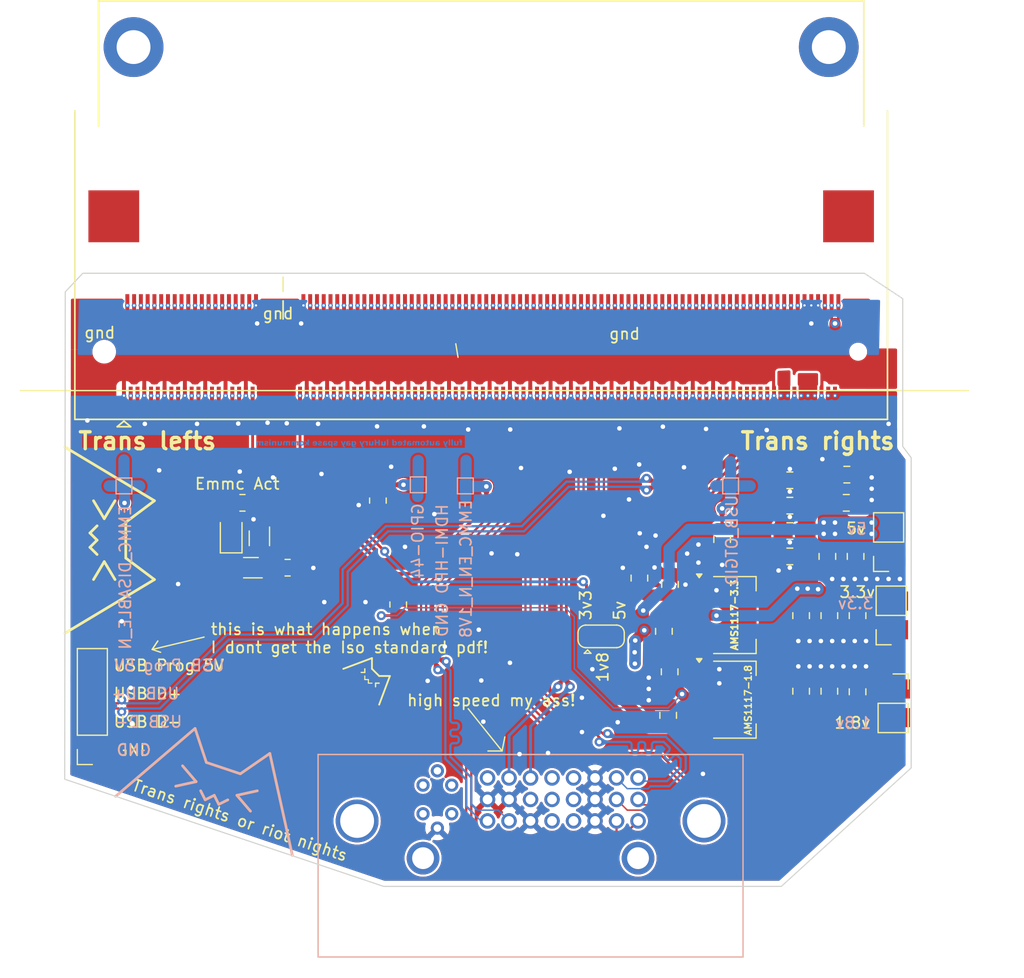
<source format=kicad_pcb>
(kicad_pcb (version 20240108) (generator "pcbnew") (generator_version "8.0")
  (layers (0 "F.Cu" signal) (31 "B.Cu" signal) (34 "B.Paste" user) (35 "F.Paste" user) (36 "B.SilkS" user "B.Silkscreen") (37 "F.SilkS" user "F.Silkscreen") (38 "B.Mask" user) (39 "F.Mask" user) (44 "Edge.Cuts" user))
  (net 0 "")
  (net 1 "VBAT")
  (net 2 "/CM3 Pins/GPIO2")
  (net 3 "GND")
  (net 4 "/CM3 Pins/HDMI_D2_P")
  (net 5 "EMMC_EN_N_1V8")
  (net 6 "/CM3 Pins/DSI1_D_P1")
  (net 7 "unconnected-(J1-Pad130)")
  (net 8 "/CM3 Pins/DSI1_D_P0")
  (net 9 "unconnected-(J1-Pad162)")
  (net 10 "/CM3 Pins/GPIO11")
  (net 11 "/CM3 Pins/HDMI_CEC")
  (net 12 "3V3")
  (net 13 "/CM3 Pins/GPIO4")
  (net 14 "/CM3 Pins/GPIO16")
  (net 15 "/CM3 Pins/DSI0_D_P0")
  (net 16 "/CM3 Pins/HDMI_D1_P")
  (net 17 "unconnected-(J1-Pad128)")
  (net 18 "/CM3 Pins/VC_TMS")
  (net 19 "unconnected-(J1-Pad158)")
  (net 20 "/CM3 Pins/HDMI_D2_N")
  (net 21 "/CM3 Pins/DSI1_D_P2")
  (net 22 "/CM3 Pins/DSI1_D_N3")
  (net 23 "/CM3 Pins/HDMI_CLK_N")
  (net 24 "/CM3 Pins/GPIO15")
  (net 25 "/CM3 Pins/GPIO42")
  (net 26 "/CM3 Pins/HDMI_D1_N")
  (net 27 "/CM3 Pins/GPIO12")
  (net 28 "unconnected-(J1-Pad12)")
  (net 29 "/CM3 Pins/GPIO18")
  (net 30 "unconnected-(J1-Pad124)")
  (net 31 "/CM3 Pins/GPIO1")
  (net 32 "unconnected-(J1-Pad10)")
  (net 33 "/CM3 Pins/GPIO5")
  (net 34 "/CM3 Pins/DSI0_D_P1")
  (net 35 "/CM3 Pins/GPIO9")
  (net 36 "/CM3 Pins/HDMI_CLK_P")
  (net 37 "EMMC_DISABLE_N")
  (net 38 "/CM3 Pins/VC_TCK")
  (net 39 "/CM3 Pins/GPIO17")
  (net 40 "/CM3 Pins/GPIO13")
  (net 41 "/CM3 Pins/GPIO40")
  (net 42 "/CM3 Pins/DSI1_C_N")
  (net 43 "/CM3 Pins/CAM0_D_P0")
  (net 44 "/CM3 Pins/GPIO32")
  (net 45 "unconnected-(J1-Pad126)")
  (net 46 "/CM3 Pins/CAM0_D_P1")
  (net 47 "/CM3 Pins/GPIO7")
  (net 48 "/CM3 Pins/GPIO3")
  (net 49 "/CM3 Pins/GPIO33")
  (net 50 "unconnected-(J1-Pad16)")
  (net 51 "/CM3 Pins/DSI0_C_P")
  (net 52 "/CM3 Pins/GPIO6")
  (net 53 "/CM3 Pins/GPIO0")
  (net 54 "/CM3 Pins/VC_TRST_N")
  (net 55 "/CM3 Pins/GPIO26")
  (net 56 "/CM3 Pins/DSI1_D_N0")
  (net 57 "/CM3 Pins/HDMI_SDA")
  (net 58 "/CM3 Pins/GPIO35")
  (net 59 "unconnected-(J1-Pad154)")
  (net 60 "unconnected-(J1-Pad160)")
  (net 61 "/CM3 Pins/RUN")
  (net 62 "/CM3 Pins/GPIO39")
  (net 63 "/CM3 Pins/GPIO14")
  (net 64 "/CM3 Pins/USB_D_N")
  (net 65 "/CM3 Pins/GPIO27")
  (net 66 "unconnected-(J1-Pad156)")
  (net 67 "/CM3 Pins/GPIO44")
  (net 68 "/CM3 Pins/DSI1_C_P")
  (net 69 "/CM3 Pins/DSI0_D_N1")
  (net 70 "/CM3 Pins/GPIO45")
  (net 71 "/CM3 Pins/GPIO37")
  (net 72 "unconnected-(J1-Pad22)")
  (net 73 "/CM3 Pins/DSI1_D_N2")
  (net 74 "unconnected-(J1-Pad4)")
  (net 75 "/CM3 Pins/GPIO8")
  (net 76 "1V8")
  (net 77 "unconnected-(J1-Pad6)")
  (net 78 "/CM3 Pins/GPIO20")
  (net 79 "unconnected-(J1-Pad24)")
  (net 80 "/CM3 Pins/TVDAC")
  (net 81 "/CM3 Pins/CAM0_C_P")
  (net 82 "unconnected-(J1-Pad132)")
  (net 83 "/CM3 Pins/DSI0_D_N0")
  (net 84 "/CM3 Pins/DSI0_C_N")
  (net 85 "/CM3 Pins/CAM0_D_N1")
  (net 86 "/CM3 Pins/CAM0_C_N")
  (net 87 "/CM3 Pins/HDMI_HPD_N_1V8")
  (net 88 "/CM3 Pins/GPIO25")
  (net 89 "unconnected-(J1-Pad18)")
  (net 90 "/CM3 Pins/VC_TDO")
  (net 91 "/CM3 Pins/GPIO21")
  (net 92 "/CM3 Pins/GPIO43")
  (net 93 "/CM3 Pins/GPIO24")
  (net 94 "/CM3 Pins/USB_OTGID")
  (net 95 "/CM3 Pins/GPIO10")
  (net 96 "/CM3 Pins/GPIO34")
  (net 97 "/CM3 Pins/DSI1_D_N1")
  (net 98 "/CM3 Pins/GPIO23")
  (net 99 "/CM3 Pins/GPIO38")
  (net 100 "/CM3 Pins/HDMI_D0_N")
  (net 101 "/CM3 Pins/USB_D_P")
  (net 102 "/CM3 Pins/DSI1_D_P3")
  (net 103 "/CM3 Pins/HDMI_D0_P")
  (net 104 "/CM3 Pins/GPIO19")
  (net 105 "/CM3 Pins/GPIO36")
  (net 106 "/CM3 Pins/HDMI_SCL")
  (net 107 "/CM3 Pins/GPIO22")
  (net 108 "/CM3 Pins/VC_TDI")
  (net 109 "/CM3 Pins/CAM0_D_N0")
  (net 110 "unconnected-(J1-Pad179)")
  (net 111 "/CM3 Pins/GPIO41")
  (net 124 "/CM3 Pins/GPIO31")
  (net 125 "/CM3 Pins/CAM1_D3_P")
  (net 126 "/CM3 Pins/CAM1_D3_N")
  (net 127 "/CM3 Pins/GPIO28")
  (net 128 "/CM3 Pins/CAM1_D0_N")
  (net 129 "/CM3 Pins/CAM1_D2_P")
  (net 130 "/CM3 Pins/CAM1_C_P")
  (net 131 "/CM3 Pins/CAM1_D0_P")
  (net 132 "/CM3 Pins/GPIO29")
  (net 133 "/CM3 Pins/CAM1_D1_N")
  (net 134 "/CM3 Pins/GPIO30")
  (net 135 "/CM3 Pins/CAM1_D2_N")
  (net 136 "/CM3 Pins/CAM1_C_N")
  (net 137 "/CM3 Pins/CAM1_D1_P")
  (net 138 "Net-(J9-Pin_4)")
  (net 139 "Net-(D1-K)")
  (net 140 "Net-(D1-A)")
  (net 141 "Net-(JP2-C)")
  (footprint "Capacitor_SMD:C_0805_2012Metric" (layer "F.Cu") (at 149.34 96.89 -90)
    (property "Reference" "C2" (hide yes))
    (property "Value" "10uF")
  )
  (footprint "Connector_PinSocket_2.54mm:PinSocket_1x02_P2.54mm_Vertical" (layer "F.Cu") (at 169.65 102)
    (property "Reference" "J8" (hide yes))
    (property "Value" "1.8v" (hide yes))
  )
  (footprint "Capacitor_SMD:C_0805_2012Metric" (layer "F.Cu") (at 166.325 90.25 -90)
    (property "Reference" "C8" (hide yes))
    (property "Value" "100nF")
  )
  (footprint "Connector_PinSocket_2.54mm:PinSocket_1x04_P2.54mm_Vertical" (layer "F.Cu") (at 98.7 107.37 180)
    (property "Reference" "J9" (hide yes))
    (property "Value" "usb")
  )
  (footprint "Capacitor_SMD:C_0805_2012Metric" (layer "F.Cu") (at 164 95.5 -90)
    (property "Reference" "C15" (hide yes))
    (property "Value" "100nF")
  )
  (footprint "Don-Con:DDR2_TE_1473149-4" (layer "F.Cu") (at 133.15 72.1)
    (property "Reference" "J1" (hide yes))
    (property "Value" "SODIMM-200_Split")
  )
  (footprint "Capacitor_SMD:C_0805_2012Metric" (layer "F.Cu") (at 161.5 102.2 90)
    (property "Reference" "C11" (hide yes))
    (property "Value" "100nF")
  )
  (footprint "Capacitor_SMD:C_0805_2012Metric" (layer "F.Cu") (at 166.5 95.5 -90)
    (property "Reference" "C16" (hide yes))
    (property "Value" "100nF")
  )
  (footprint "Package_TO_SOT_SMD:SOT-523" (layer "F.Cu") (at 113.5 88.645 -90)
    (property "Reference" "Q1" (hide yes))
    (property "Value" "DMG1012T")
  )
  (footprint "Resistor_SMD:R_0805_2012Metric" (layer "F.Cu") (at 124 85.3 -90)
    (property "Reference" "R6" (hide yes))
    (property "Value" "100K")
  )
  (footprint "clipboard:6557eba9-0e23-440f-98f2-f6334f2574e9" (layer "F.Cu") (at 104.2 92.3 -90)
    (property "Reference" "")
    (property "Value" "")
  )
  (footprint "Package_TO_SOT_SMD:SOT-523" (layer "F.Cu") (at 112.75 91.25 180)
    (property "Reference" "Q2" (hide yes))
    (property "Value" "DMG1012T")
  )
  (footprint "Capacitor_SMD:C_0805_2012Metric" (layer "F.Cu") (at 160.5 85.75 180)
    (property "Reference" "C18" (hide yes))
    (property "Value" "100nF")
  )
  (footprint "Capacitor_SMD:C_0805_2012Metric" (layer "F.Cu") (at 147.17 92.17 90)
    (property "Reference" "C9" (hide yes))
    (property "Value" "100nF")
  )
  (footprint "Resistor_SMD:R_0805_2012Metric" (layer "F.Cu") (at 116 91.25)
    (property "Reference" "R2" (hide yes))
    (property "Value" "47K")
  )
  (footprint "Capacitor_SMD:C_0805_2012Metric" (layer "F.Cu") (at 149.88 92.73 90)
    (property "Reference" "C3" (hide yes))
    (property "Value" "10uF")
  )
  (footprint "Capacitor_SMD:C_0805_2012Metric" (layer "F.Cu") (at 154.5 88.75 -90)
    (property "Reference" "R1" (hide yes))
    (property "Value" "1K")
  )
  (footprint "Resistor_SMD:R_0805_2012Metric" (layer "F.Cu") (at 112 85.5 180)
    (property "Reference" "R4" (hide yes))
    (property "Value" "470r")
  )
  (footprint "Jumper:SolderJumper-3_P1.3mm_Bridged12_RoundedPad1.0x1.5mm" (layer "F.Cu") (at 143.78 97.3375)
    (property "Reference" "JP2" (hide yes))
    (property "Value" "SolderJumper_3_Bridged12")
  )
  (footprint "Capacitor_SMD:C_0805_2012Metric" (layer "F.Cu") (at 149.85 100.48 90)
    (property "Reference" "C5" (hide yes))
    (property "Value" "10uF")
  )
  (footprint "Capacitor_SMD:C_0805_2012Metric" (layer "F.Cu") (at 160.5 83.5 180)
    (property "Reference" "C17" (hide yes))
    (property "Value" "100nF")
  )
  (footprint "Capacitor_SMD:C_0805_2012Metric" (layer "F.Cu") (at 165.5 85.5)
    (property "Reference" "C19" (hide yes))
    (property "Value" "100nF")
  )
  (footprint "Capacitor_SMD:C_0805_2012Metric" (layer "F.Cu") (at 160.5 90.25 180)
    (property "Reference" "C13" (hide yes))
    (property "Value" "100nF")
  )
  (footprint "Capacitor_SMD:C_0805_2012Metric" (layer "F.Cu") (at 164 102.2 90)
    (property "Reference" "C10" (hide yes))
    (property "Value" "100nF")
  )
  (footprint "Capacitor_SMD:C_0805_2012Metric" (layer "F.Cu") (at 166.5 102.25 90)
    (property "Reference" "C7" (hide yes))
    (property "Value" "100nF")
  )
  (footprint "Capacitor_SMD:C_0805_2012Metric" (layer "F.Cu") (at 149.72 104.34 90)
    (property "Reference" "C4" (hide yes))
    (property "Value" "10uF")
  )
  (footprint "LED_SMD:LED_0805_2012Metric" (layer "F.Cu") (at 111 88.25 90)
    (property "Reference" "D1" (hide yes))
    (property "Value" "LED")
  )
  (footprint "Capacitor_SMD:C_0805_2012Metric" (layer "F.Cu") (at 163.825 90.25 -90)
    (property "Reference" "C6" (hide yes))
    (property "Value" "10uF")
  )
  (footprint "Capacitor_SMD:C_0805_2012Metric" (layer "F.Cu") (at 160.5 88 180)
    (property "Reference" "C12" (hide yes))
    (property "Value" "100nF")
  )
  (footprint "Connector_PinSocket_2.54mm:PinSocket_1x02_P2.54mm_Vertical" (layer "F.Cu") (at 169.475 96.75 180)
    (property "Reference" "J4" (hide yes))
    (property "Value" "3.3v" (hide yes))
  )
  (footprint "Capacitor_SMD:C_0805_2012Metric" (layer "F.Cu") (at 165.55 83)
    (property "Reference" "C1" (hide yes))
    (property "Value" "100nF")
  )
  (footprint "Package_TO_SOT_SMD:SOT-223-3_TabPin2" (layer "F.Cu") (at 155.6 95.45)
    (property "Reference" "U1" (hide yes))
    (property "Value" "AMS1117-3.3")
  )
  (footprint "Connector_PinSocket_2.54mm:PinSocket_1x02_P2.54mm_Vertical" (layer "F.Cu") (at 169.25 90.25 180)
    (property "Reference" "J7" (hide yes))
    (property "Value" "5v" (hide yes))
  )
  (footprint "Package_TO_SOT_SMD:SOT-223-3_TabPin2" (layer "F.Cu") (at 155.6 102.95)
    (property "Reference" "U2" (hide yes))
    (property "Value" "AMS1117-1.8")
  )
  (footprint "Capacitor_SMD:C_0805_2012Metric" (layer "F.Cu") (at 161.5 95.5 -90)
    (property "Reference" "C14" (hide yes))
    (property "Value" "100nF")
  )
  (footprint "clipboard:a4ef9909-fd0d-4325-b721-132aabc10d95" (layer "F.Cu") (at 122.8 105.96125)
    (property "Reference" "")
    (property "Value" "")
  )
  (footprint "Resistor_SMD:R_0805_2012Metric" (layer "F.Cu") (at 125.8 94.5125 90)
    (property "Reference" "R3" (hide yes))
    (property "Value" "100K")
  )
  (footprint "675024321321:675024321321" (layer "B.Cu") (at 140.3825 111.795 180)
    (property "Reference" "K1" (hide yes))
    (property "Value" "675024321321")
  )
  (footprint "TestPoint:TestPoint_Pad_1.0x1.0mm" (layer "B.Cu") (at 155.25 84 180)
    (property "Reference" "TP4" (hide yes))
    (property "Value" "USB_OTGID" (hide yes))
  )
  (footprint "clipboard:6557eba9-0e23-440f-98f2-f6334f2574e9" (layer "B.Cu") (at 107.8 105.5 161.5)
    (property "Reference" "")
    (property "Value" "")
  )
  (footprint "TestPoint:TestPoint_Pad_1.0x1.0mm" (layer "B.Cu") (at 101.5 84 180)
    (property "Reference" "TP2" (hide yes))
    (property "Value" "EMMC_DISABLE_N" (hide yes))
  )
  (footprint "TestPoint:TestPoint_Pad_1.0x1.0mm" (layer "B.Cu") (at 127.575 83.9 180)
    (property "Reference" "TP3" (hide yes))
    (property "Value" "GPIO-44" (hide yes))
  )
  (footprint "TestPoint:TestPoint_Pad_1.0x1.0mm" (layer "B.Cu") (at 131.75 84 180)
    (property "Reference" "TP1" (hide yes))
    (property "Value" "EMMC_EN_N_1V8" (hide yes))
  )
  (gr_line (start 92.32 75.55) (end 176.32 75.55) (stroke (width 0.12)) (layer "F.SilkS"))
  (gr_line (start 135 107.5) (end 135.25 106.25) (stroke (width 0.12)) (layer "F.SilkS"))
  (gr_line (start 108.6 97.4) (end 104 98.5) (stroke (width 0.12)) (layer "F.SilkS"))
  (gr_line (start 104.5 97.75) (end 104 98.5) (stroke (width 0.12)) (layer "F.SilkS"))
  (gr_line (start 132 103.75) (end 135 107.5) (stroke (width 0.12)) (layer "F.SilkS"))
  (gr_line (start 133.75 107.5) (end 135 107.5) (stroke (width 0.12)) (layer "F.SilkS"))
  (gr_line (start 104 98.5) (end 104.5 97.75) (stroke (width 0.12)) (layer "F.SilkS"))
  (gr_line (start 130.9 71.4) (end 131.1 72.6) (stroke (width 0.12)) (layer "F.SilkS"))
  (gr_line (start 104 98.5) (end 104.75 98.75) (stroke (width 0.12)) (layer "F.SilkS"))
  (gr_poly (pts (xy 171.25 81.5) (xy 171.25 109) (xy 159.75 119.5) (xy 124.5 119.5) (xy 96.25 110) (xy 96.3 66.8) (xy 97.85 65.15) (xy 167.1 65.15) (xy 170.5 67.4) (xy 170.5 80.5)) (stroke (width 0.1)) (fill none) (layer "Edge.Cuts"))
  (gr_text "fully automated luHury gay spase kommunism" (at 131.5 80.5 0) (layer "B.Cu") (effects (font (size 0.5 0.5) (thickness 0.125) (bold yes)) (justify left bottom mirror)))
  (gr_text "USB_OTGID" (at 155.95 84.7 90) (layer "B.SilkS") (effects (font (size 1 1)) (justify left bottom mirror)))
  (gr_text "EMMC_DISABLE_N" (at 102.2 85.65 90) (layer "B.SilkS") (effects (font (size 1 1)) (justify left bottom mirror)))
  (gr_text "USB D-" (at 106.75 105.5 -0) (layer "B.SilkS") (effects (font (size 1 1)) (justify left bottom mirror)))
  (gr_text "EMMC_EN_N_1V8" (at 132.38 85.13 90) (layer "B.SilkS") (effects (font (size 1 1)) (justify left bottom mirror)))
  (gr_text "HDMI-HPD GND" (at 130.275 85.525 90) (layer "B.SilkS") (effects (font (size 1 1)) (justify left bottom mirror)))
  (gr_text "GND\n" (at 104 108 -0) (layer "B.SilkS") (effects (font (size 1 1)) (justify left bottom mirror)))
  (gr_text "3.3v" (at 168 95 -0) (layer "B.SilkS") (effects (font (size 1 1)) (justify left bottom mirror)))
  (gr_text "USB D+" (at 106.5 103 -0) (layer "B.SilkS") (effects (font (size 1 1)) (justify left bottom mirror)))
  (gr_text "1.8v" (at 167.8 105.6 -0) (layer "B.SilkS") (effects (font (size 1 1)) (justify left bottom mirror)))
  (gr_text "GPIO-44" (at 128.125 85.45 90) (layer "B.SilkS") (effects (font (size 1 1)) (justify left bottom mirror)))
  (gr_text "5v" (at 167.4 88.4 -0) (layer "B.SilkS") (effects (font (size 1 1)) (justify left bottom mirror)))
  (gr_text "USB Prog 5V" (at 110.5 100.5 -0) (layer "B.SilkS") (effects (font (size 1 1)) (justify left bottom mirror)))
  (gr_text "gnd\n" (at 113.7 69.3 0) (layer "F.SilkS") (effects (font (size 1 1)) (justify left bottom)))
  (gr_text "1v8" (at 144.5 101.5 90) (layer "F.SilkS") (effects (font (size 1 1)) (justify left bottom)))
  (gr_text "3.3v" (at 164.8 94 0) (layer "F.SilkS") (effects (font (size 1 1)) (justify left bottom)))
  (gr_text "3v3" (at 143 96 90) (layer "F.SilkS") (effects (font (size 1 1)) (justify left bottom)))
  (gr_text "USB Prog 5V" (at 100.5 100.5 0) (layer "F.SilkS") (effects (font (size 1 1)) (justify left bottom)))
  (gr_text "high speed my ass!" (at 126.5 103.6 0) (layer "F.SilkS") (effects (font (size 1 1)) (justify left bottom)))
  (gr_text "1.8v" (at 164.36 105.59 0) (layer "F.SilkS") (effects (font (size 1 1)) (justify left bottom)))
  (gr_text "USB D-" (at 100.5 105.5 0) (layer "F.SilkS") (effects (font (size 1 1)) (justify left bottom)))
  (gr_text "Emmc Act" (at 107.7 84.4 0) (layer "F.SilkS") (effects (font (size 1 1)) (justify left bottom)))
  (gr_text "this is what happens when \nI dont get the Iso standard pdf!\n" (at 109.1 98.9 0) (layer "F.SilkS") (effects (font (size 1 1)) (justify left bottom)))
  (gr_text "Trans lefts" (at 97.3 80.9 0) (layer "F.SilkS") (effects (font (size 1.5 1.5) (thickness 0.3) (bold yes)) (justify left bottom)))
  (gr_text "Trans rights or riot nights" (at 102 111 341.5) (layer "F.SilkS") (effects (font (size 1 1)) (justify left bottom)))
  (gr_text "gnd\n" (at 97.9 71 0) (layer "F.SilkS") (effects (font (size 1 1)) (justify left bottom)))
  (gr_text "5v" (at 146 96 90) (layer "F.SilkS") (effects (font (size 1 1)) (justify left bottom)))
  (gr_text "gnd\n" (at 144.4 71.1 0) (layer "F.SilkS") (effects (font (size 1 1)) (justify left bottom)))
  (gr_text "5v" (at 165.4 88.35 0) (layer "F.SilkS") (effects (font (size 1 1)) (justify left bottom)))
  (gr_text "GND\n" (at 100.75 108 0) (layer "F.SilkS") (effects (font (size 1 1)) (justify left bottom)))
  (gr_text "USB D+" (at 100.5 103 0) (layer "F.SilkS") (effects (font (size 1 1)) (justify left bottom)))
  (gr_text "Trans rights" (at 155.98 80.9 0) (layer "F.SilkS") (effects (font (size 1.5 1.5) (thickness 0.3) (bold yes)) (justify left bottom)))
  (segment (start 147.51 96.71) (end 147.6 96.8) (width 1) (layer "F.Cu") (net 1))
  (segment (start 147.6 96.9) (end 146.8 97.7) (width 1) (layer "F.Cu") (net 1))
  (segment (start 147.51 95.05) (end 147.51 96.71) (width 1) (layer "F.Cu") (net 1))
  (segment (start 145.08 97.3375) (end 146.6575 95.76) (width 1) (layer "F.Cu") (net 1))
  (segment (start 147.51 95.05) (end 146.8 95.76) (width 1) (layer "F.Cu") (net 1))
  (segment (start 152.45 97.75) (end 151.45 97.75) (width 1) (layer "F.Cu") (net 1))
  (segment (start 164.5 69.6) (end 164.5 70.4) (width 1) (layer "F.Cu") (net 1))
  (segment (start 149.64 95.94) (end 149.34 95.94) (width 1) (layer "F.Cu") (net 1))
  (segment (start 146.77 99.76) (end 146.8 97.7) (width 1) (layer "F.Cu") (net 1))
  (segment (start 148.56 95.94) (end 149.34 95.94) (width 1) (layer "F.Cu") (net 1))
  (segment (start 147.7 96.8) (end 148.56 95.94) (width 1) (layer "F.Cu") (net 1))
  (segment (start 147.6 96.8) (end 147.7 96.8) (width 1) (layer "F.Cu") (net 1))
  (segment (start 164.8 69.3) (end 164.5 69.6) (width 0.25) (layer "F.Cu") (net 1))
  (segment (start 164.8 68) (end 164.8 69.3) (width 0.25) (layer "F.Cu") (net 1))
  (segment (start 147.6 96.8) (end 147.6 96.9) (width 1) (layer "F.Cu") (net 1))
  (segment (start 151.45 97.75) (end 149.64 95.94) (width 1) (layer "F.Cu") (net 1))
  (segment (start 164.2 68) (end 164.2 69.3) (width 0.25) (layer "F.Cu") (net 1))
  (segment (start 164.2 69.3) (end 164.5 69.6) (width 0.25) (layer "F.Cu") (net 1))
  (segment (start 146.6575 95.76) (end 146.8 95.76) (width 1) (layer "F.Cu") (net 1))
  (segment (start 146.74 97.76) (end 146.8 97.7) (width 1) (layer "F.Cu") (net 1))
  (via (at 164.5 88.25) (size 0.8) (drill 0.4) (layers "F.Cu" "B.Cu") (net 1))
  (via (at 146.77 99.76) (size 0.8) (drill 0.4) (layers "F.Cu" "B.Cu") (net 1))
  (via (at 164.5 87.25) (size 0.8) (drill 0.4) (layers "F.Cu" "B.Cu") (net 1))
  (via (at 167.75 87.25) (size 0.8) (drill 0.4) (layers "F.Cu" "B.Cu") (net 1))
  (via (at 164.5 76) (size 0.4) (drill 0.2) (layers "F.Cu" "B.Cu") (net 1))
  (via (at 147.51 95.05) (size 0.8) (drill 0.4) (layers "F.Cu" "B.Cu") (net 1))
  (via (at 164.2 68) (size 0.4) (drill 0.2) (layers "F.Cu" "B.Cu") (net 1))
  (via (at 164.5 69.6) (size 0.8) (drill 0.4) (layers "F.Cu" "B.Cu") (net 1))
  (via (at 167.75 88.25) (size 0.8) (drill 0.4) (layers "F.Cu" "B.Cu") (net 1))
  (via (at 146.75 98.75) (size 0.8) (drill 0.4) (layers "F.Cu" "B.Cu") (net 1))
  (via (at 146.8 97.7) (size 0.8) (drill 0.4) (layers "F.Cu" "B.Cu") (net 1))
  (via (at 163.5 87.25) (size 0.8) (drill 0.4) (layers "F.Cu" "B.Cu") (net 1))
  (via (at 163.9 76) (size 0.4) (drill 0.2) (layers "F.Cu" "B.Cu") (net 1))
  (via (at 163.5 88.25) (size 0.8) (drill 0.4) (layers "F.Cu" "B.Cu") (net 1))
  (via (at 164.8 68) (size 0.4) (drill 0.2) (layers "F.Cu" "B.Cu") (net 1))
  (via (at 147.6 96.8) (size 0.8) (drill 0.4) (layers "F.Cu" "B.Cu") (net 1))
  (segment (start 147.51 95.05) (end 147.51 94.934365) (width 1) (layer "B.Cu") (net 1))
  (segment (start 163.5 88.25) (end 164.5 88.25) (width 1) (layer "B.Cu") (net 1))
  (segment (start 146.8 97.7) (end 146.8 99.73) (width 1) (layer "B.Cu") (net 1))
  (segment (start 147.51 94.934365) (end 149.8 92.644365) (width 1) (layer "B.Cu") (net 1))
  (segment (start 167.15 87.85) (end 167.75 87.25) (width 1) (layer "B.Cu") (net 1))
  (segment (start 167.75 88.25) (end 164.5 88.25) (width 1) (layer "B.Cu") (net 1))
  (segment (start 146.8 99.73) (end 146.77 99.76) (width 1) (layer "B.Cu") (net 1))
  (segment (start 151.55 87.85) (end 167.15 87.85) (width 1) (layer "B.Cu") (net 1))
  (segment (start 149.8 92.644365) (end 149.8 89.6) (width 1) (layer "B.Cu") (net 1))
  (segment (start 167.75 87.25) (end 164.5 87.25) (width 1) (layer "B.Cu") (net 1))
  (segment (start 163.5 87.25) (end 164.5 87.25) (width 1) (layer "B.Cu") (net 1))
  (segment (start 149.8 89.6) (end 151.55 87.85) (width 1) (layer "B.Cu") (net 1))
  (via (at 103.9 76) (size 0.4) (drill 0.2) (layers "F.Cu" "B.Cu") (net 2))
  (segment (start 163.3 81.55) (end 163.38 81.63) (width 0.3) (layer "F.Cu") (net 3))
  (segment (start 152.45 100.65) (end 153.85 100.65) (width 1) (layer "F.Cu") (net 3))
  (segment (start 149.06 91.78) (end 149.88 91.78) (width 1) (layer "F.Cu") (net 3))
  (segment (start 147.18 91.23) (end 147.17 91.22) (width 1) (layer "F.Cu") (net 3))
  (segment (start 154.25 100.25) (end 154.25 101.5) (width 1) (layer "F.Cu") (net 3))
  (segment (start 149.85 99.53) (end 151.33 99.53) (width 1) (layer "F.Cu") (net 3))
  (segment (start 149.47 99.53) (end 149.85 99.53) (width 1) (layer "F.Cu") (net 3))
  (segment (start 149.34 97.84) (end 149.85 98.35) (width 1) (layer "F.Cu") (net 3))
  (segment (start 149.85 98.35) (end 149.85 99.53) (width 1) (layer "F.Cu") (net 3))
  (segment (start 151.33 99.53) (end 152.45 100.65) (width 1) (layer "F.Cu") (net 3))
  (segment (start 153.4 100.65) (end 154.25 101.5) (width 1) (layer "F.Cu") (net 3))
  (segment (start 113 88) (end 113 86.98) (width 0.3) (layer "F.Cu") (net 3))
  (segment (start 122.3 85.7) (end 122.8125 86.2125) (width 0.3) (layer "F.Cu") (net 3))
  (segment (start 118.26 91.25) (end 118.28 91.27) (width 0.3) (layer "F.Cu") (net 3))
  (segment (start 152.45 93.15) (end 151.65 93.15) (width 1) (layer "F.Cu") (net 3))
  (segment (start 154.25 101.05) (end 153.85 100.65) (width 1) (layer "F.Cu") (net 3))
  (segment (start 148.51 91.23) (end 147.18 91.23) (width 1) (layer "F.Cu") (net 3))
  (segment (start 151.65 93.15) (end 151.25 92.75) (width 1) (layer "F.Cu") (net 3))
  (segment (start 148 103) (end 148 102) (width 1) (layer "F.Cu") (net 3))
  (segment (start 153.85 100.65) (end 154.25 100.25) (width 1) (layer "F.Cu") (net 3))
  (segment (start 154.5 89.7) (end 154.5 91) (width 0.25) (layer "F.Cu") (net 3))
  (segment (start 152.45 93.15) (end 153.9 93.15) (width 1) (layer "F.Cu") (net 3))
  (segment (start 145.7 91.26) (end 147.13 91.26) (width 1) (layer "F.Cu") (net 3))
  (segment (start 148 103.25) (end 148 103) (width 1) (layer "F.Cu") (net 3))
  (segment (start 116.9125 91.25) (end 118.26 91.25) (width 0.3) (layer "F.Cu") (net 3))
  (segment (start 149.72 103.39) (end 148.14 103.39) (width 1) (layer "F.Cu") (net 3))
  (segment (start 152.45 100.65) (end 153.4 100.65) (width 1) (layer "F.Cu") (net 3))
  (segment (start 122.8125 86.2125) (end 124 86.2125) (width 0.3) (layer "F.Cu") (net 3))
  (segment (start 153.9 93.15) (end 154 93.25) (width 1) (layer "F.Cu") (net 3))
  (segment (start 148.14 103.39) (end 148 103.25) (width 1) (layer "F.Cu") (net 3))
  (segment (start 113 86.98) (end 112.98 86.96) (width 0.3) (layer "F.Cu") (net 3))
  (segment (start 151.25 92.75) (end 150.28 91.78) (width 1) (layer "F.Cu") (net 3))
  (segment (start 148 102) (end 148 101) (width 1) (layer "F.Cu") (net 3))
  (segment (start 148 101) (end 149.47 99.53) (width 1) (layer "F.Cu") (net 3))
  (segment (start 150.28 91.78) (end 149.88 91.78) (width 1) (layer "F.Cu") (net 3))
  (segment (start 147.13 91.26) (end 147.17 91.22) (width 1) (layer "F.Cu") (net 3))
  (segment (start 148.51 91.23) (end 149.06 91.78) (width 1) (layer "F.Cu") (net 3))
  (segment (start 154.25 101.5) (end 154.25 101.05) (width 1) (layer "F.Cu") (net 3))
  (segment (start 163.3 76.2) (end 163.3 81.55) (width 0.3) (layer "F.Cu") (net 3))
  (via (at 163.6 68) (size 0.4) (drill 0.2) (layers "F.Cu" "B.Cu") (net 3))
  (via (at 161.2 68) (size 0.4) (drill 0.2) (layers "F.Cu" "B.Cu") (net 3))
  (via (at 123.4 68) (size 0.4) (drill 0.2) (layers "F.Cu" "B.Cu") (net 3))
  (via (at 145.25 104.95) (size 0.8) (drill 0.4) (layers "F.Cu" "B.Cu") (net 3))
  (via (at 110.5 76) (size 0.4) (drill 0.2) (layers "F.Cu" "B.Cu") (net 3))
  (via (at 160.5 82.5) (size 0.8) (drill 0.4) (layers "F.Cu" "B.Cu") (net 3))
  (via (at 132.4 68) (size 0.4) (drill 0.2) (layers "F.Cu" "B.Cu") (net 3))
  (via (at 122.9 94.3) (size 0.8) (drill 0.4) (layers "F.Cu" "B.Cu") (net 3))
  (via (at 114.225 78.4) (size 0.8) (drill 0.4) (layers "F.Cu" "B.Cu") (net 3))
  (via (at 125.175 82.3) (size 0.8) (drill 0.4) (layers "F.Cu" "B.Cu") (net 3))
  (via (at 121.3 76) (size 0.4) (drill 0.2) (layers "F.Cu" "B.Cu") (net 3))
  (via (at 143.98 86.65) (size 0.8) (drill 0.4) (layers "F.Cu" "B.Cu") (net 3))
  (via (at 162.25 100) (size 0.8) (drill 0.4) (layers "F.Cu" "B.Cu") (net 3))
  (via (at 128.075 78.725) (size 0.8) (drill 0.4) (layers "F.Cu" "B.Cu") (net 3))
  (via (at 159.4 68) (size 0.4) (drill 0.2) (layers "F.Cu" "B.Cu") (net 3))
  (via (at 126.4 89.4) (size 0.8) (drill 0.4) (layers "F.Cu" "B.Cu") (net 3))
  (via (at 147.8 89.4) (size 0.8) (drill 0.4) (layers "F.Cu" "B.Cu") (net 3))
  (via (at 135.7 99.68) (size 0.8) (drill 0.4) (layers "F.Cu" "B.Cu") (net 3))
  (via (at 145.7 91.26) (size 0.8) (drill 0.4) (layers "F.Cu" "B.Cu") (net 3))
  (via (at 135.725 79) (size 0.8) (drill 0.4) (layers "F.Cu" "B.Cu") (net 3))
  (via (at 144.7 76) (size 0.4) (drill 0.2) (layers "F.Cu" "B.Cu") (net 3))
  (via (at 154 68) (size 0.4) (drill 0.2) (layers "F.Cu" "B.Cu") (net 3))
  (via (at 153.7 76) (size 0.4) (drill 0.2) (layers "F.Cu" "B.Cu") (net 3))
  (via (at 166.25 100) (size 0.8) (drill 0.4) (layers "F.Cu" "B.Cu") (net 3))
  (via (at 103.35 78.5) (size 0.8) (drill 0.4) (layers "F.Cu" "B.Cu") (net 3))
  (via (at 160.5 84.5) (size 0.8) (drill 0.4) (layers "F.Cu" "B.Cu") (net 3))
  (via (at 167.75 85.25) (size 0.8) (drill 0.4) (layers "F.Cu" "B.Cu") (net 3))
  (via (at 139.6 68) (size 0.4) (drill 0.2) (layers "F.Cu" "B.Cu") (net 3))
  (via (at 163.25 97.75) (size 0.8) (drill 0.4) (layers "F.Cu" "B.Cu") (net 3))
  (via (at 167.25 92.25) (size 0.8) (drill 0.4) (layers "F.Cu" "B.Cu") (net 3))
  (via (at 166.25 97.75) (size 0.8) (drill 0.4) (layers "F.Cu" "B.Cu") (net 3))
  (via (at 161.25 97.75) (size 0.8) (drill 0.4) (layers "F.Cu" "B.Cu") (net 3))
  (via (at 148.6 68) (size 0.4) (drill 0.2) (layers "F.Cu" "B.Cu") (net 3))
  (via (at 101.5 76) (size 0.4) (drill 0.2) (layers "F.Cu" "B.Cu") (net 3))
  (via (at 167.25 97.75) (size 0.8) (drill 0.4) (layers "F.Cu" "B.Cu") (net 3))
  (via (at 145 68) (size 0.4) (drill 0.2) (layers "F.Cu" "B.Cu") (net 3))
  (via (at 111.625 78.475) (size 0.8) (drill 0.4) (layers "F.Cu" "B.Cu") (net 3))
  (via (at 154.25 101.5) (size 0.8) (drill 0.4) (layers "F.Cu" "B.Cu") (net 3))
  (via (at 154 93.25) (size 0.8) (drill 0.4) (layers "F.Cu" "B.Cu") (net 3))
  (via (at 154.25 100.25) (size 0.8) (drill 0.4) (layers "F.Cu" "B.Cu") (net 3))
  (via (at 164.25 97.75) (size 0.8) (drill 0.4) (layers "F.Cu" "B.Cu") (net 3))
  (via (at 159.5 91.5) (size 0.8) (drill 0.4) (layers "F.Cu" "B.Cu") (net 3))
  (via (at 132 79) (size 0.8) (drill 0.4) (layers "F.Cu" "B.Cu") (net 3))
  (via (at 147.15 82.1) (size 0.8) (drill 0.4) (layers "F.Cu" "B.Cu") (net 3))
  (via (at 103.6 68) (size 0.4) (drill 0.2) (layers "F.Cu" "B.Cu") (net 3))
  (via (at 142.08 105.82) (size 0.8) (drill 0.4) (layers "F.Cu" "B.Cu") (net 3))
  (via (at 146.5 76) (size 0.4) (drill 0.2) (layers "F.Cu" "B.Cu") (net 3))
  (via (at 163.3 76) (size 0.4) (drill 0.2) (layers "F.Cu" "B.Cu") (net 3))
  (via (at 152.8 109.525) (size 0.8) (drill 0.4) (layers "F.Cu" "B.Cu") (net 3))
  (via (at 160.5 86.75) (size 0.8) (drill 0.4) (layers "F.Cu" "B.Cu") (net 3))
  (via (at 118.28 91.27) (size 0.8) (drill 0.4) (layers "F.Cu" "B.Cu") (net 3))
  (via (at 147.2 88.2) (size 0.8) (drill 0.4) (layers "F.Cu" "B.Cu") (net 3))
  (via (at 119.25 94.3) (size 0.8) (drill 0.4) (layers "F.Cu" "B.Cu") (net 3))
  (via (at 102.2 105.1) (size 0.8) (drill 0.4) (layers "F.Cu" "B.Cu") (net 3))
  (via (at 148.6 88.4) (size 0.8) (drill 0.4) (layers "F.Cu" "B.Cu") (net 3))
  (via (at 167.25 100) (size 0.8) (drill 0.4) (layers "F.Cu" "B.Cu") (net 3))
  (via (at 169.25 92.25) (size 0.8) (drill 0.4) (layers "F.Cu" "B.Cu") (net 3))
  (via (at 117.7 76) (size 0.4) (drill 0.2) (layers "F.Cu" "B.Cu") (net 3))
  (via (at 130.3 76) (size 0.4) (drill 0.2) (layers "F.Cu" "B.Cu") (net 3))
  (via (at 123.1 76) (size 0.4) (drill 0.2) (layers "F.Cu" "B.Cu") (net 3))
  (via (at 146.25 85.2) (size 0.8) (drill 0.4) (layers "F.Cu" "B.Cu") (net 3))
  (via (at 121.6 68) (size 0.4) (drill 0.2) (layers "F.Cu" "B.Cu") (net 3))
  (via (at 112.6 68) (size 0.4) (drill 0.2) (layers "F.Cu" "B.Cu") (net 3))
  (via (at 127 68) (size 0.4) (drill 0.2) (layers "F.Cu" "B.Cu") (net 3))
  (via (at 139.3 76) (size 0.4) (drill 0.2) (layers "F.Cu" "B.Cu") (net 3))
  (via (at 119.8 68) (size 0.4) (drill 0.2) (layers "F.Cu" "B.Cu") (net 3))
  (via (at 165.25 100) (size 0.8) (drill 0.4) (layers "F.Cu" "B.Cu") (net 3))
  (via (at 150.4 68) (size 0.4) (drill 0.2) (layers "F.Cu" "B.Cu") (net 3))
  (via (at 158.45 79.05) (size 0.8) (drill 0.4) (layers "F.Cu" "B.Cu") (net 3))
  (via (at 154.5 91) (size 0.8) (drill 0.4) (layers "F.Cu" "B.Cu") (net 3))
  (via (at 123.925 78.725) (size 0.8) (drill 0.4) (layers "F.Cu" "B.Cu") (net 3))
  (via (at 152.4 90.8) (size 0.8) (drill 0.4) (layers "F.Cu" "B.Cu") (net 3))
  (via (at 109 68) (size 0.4) (drill 0.2) (layers "F.Cu" "B.Cu") (net 3))
  (via (at 134.07 89.98) (size 0.8) (drill 0.4) (layers "F.Cu" "B.Cu") (net 3))
  (via (at 101.3 96) (size 0.8) (drill 0.4) (layers "F.Cu" "B.Cu") (net 3))
  (via (at 108.7 76) (size 0.4) (drill 0.2) (layers "F.Cu" "B.Cu") (net 3))
  (via (at 145.4 78.9) (size 0.8) (drill 0.4) (layers "F.Cu" "B.Cu") (net 3))
  (via (at 163.38 81.63) (size 0.8) (drill 0.4) (layers "F.Cu" "B.Cu") (net 3))
  (via (at 115.925 78.45) (size 0.8) (drill 0.4) (layers "F.Cu" "B.Cu") (net 3))
  (via (at 163.25 100) (size 0.8) (drill 0.4) (layers "F.Cu" "B.Cu") (net 3))
  (via (at 151.25 92.75) (size 0.8) (drill 0.4) (layers "F.Cu" "B.Cu") (net 3))
  (via (at 104.62 82.62) (size 0.8) (drill 0.4) (layers "F.Cu" "B.Cu") (net 3))
  (via (at 166.25 92.25) (size 0.8) (drill 0.4) (layers "F.Cu" "B.Cu") (net 3))
  (via (at 148 103) (size 0.8) (drill 0.4) (layers "F.Cu" "B.Cu") (net 3))
  (via (at 136.68 82.41) (size 0.8) (drill 0.4) (layers "F.Cu" "B.Cu") (net 3))
  (via (at 164.25 100) (size 0.8) (drill 0.4) (layers "F.Cu" "B.Cu") (net 3))
  (via (at 143 100.25) (size 0.8) (drill 0.4) (layers "F.Cu" "B.Cu") (net 3))
  (via (at 137.5 76) (size 0.4) (drill 0.2) (layers "F.Cu" "B.Cu") (net 3))
  (via (at 128.5 76) (size 0.4) (drill 0.2) (layers "F.Cu" "B.Cu") (net 3))
  (via (at 162.25 97.75) (size 0.8) (drill 0.4) (layers "F.Cu" "B.Cu") (net 3))
  (via (at 119 82.94) (size 0.8) (drill 0.4) (layers "F.Cu" "B.Cu") (net 3))
  (via (at 133.16 101.25) (size 0.8) (drill 0.4) (layers "F.Cu" "B.Cu") (net 3))
  (via (at 155.5 76) (size 0.4) (drill 0.2) (layers "F.Cu" "B.Cu") (net 3))
  (via (at 134.2 68) (size 0.4) (drill 0.2) (layers "F.Cu" "B.Cu") (net 3))
  (via (at 103.3 76) (size 0.4) (drill 0.2) (layers "F.Cu" "B.Cu") (net 3))
  (via (at 165.25 97.75) (size 0.8) (drill 0.4) (layers "F.Cu" "B.Cu") (net 3))
  (via (at 139.075 107.675) (size 0.8) (drill 0.4) (layers "F.Cu" "B.Cu") (net 3))
  (via (at 128.41 101.28) (size 0.8) (drill 0.4) (layers "F.Cu" "B.Cu") (net 3))
  (via (at 168.25 92.25) (size 0.8) (drill 0.4) (layers "F.Cu" "B.Cu") (net 3))
  (via (at 125.2 68) (size 0.4) (drill 0.2) (layers "F.Cu" "B.Cu") (net 3))
  (via (at 110.8 68) (size 0.4) (drill 0.2) (layers "F.Cu" "B.Cu") (net 3))
  (via (at 142.075 102.775) (size 0.8) (drill 0.4) (layers "F.Cu" "B.Cu") (net 3))
  (via (at 140.99 82.75) (size 0.8) (drill 0.4) (layers "F.Cu" "B.Cu") (net 3))
  (via (at 136.55 107.775) (size 0.8) (drill 0.4) (layers "F.Cu" "B.Cu") (net 3))
  (via (at 160.5 91.25) (size 0.8) (drill 0.4) (layers "F.Cu" "B.Cu") (net 3))
  (via (at 141.4 68) (size 0.4) (drill 0.2) (layers "F.Cu" "B.Cu") (net 3))
  (via (at 150.1 76) (size 0.4) (drill 0.2) (layers "F.Cu" "B.Cu") (net 3))
  (via (at 161.25 100) (size 0.8) (drill 0.4) (layers "F.Cu" "B.Cu") (net 3))
  (via (at 112.3 76) (size 0.4) (drill 0.2) (layers "F.Cu" "B.Cu") (net 3))
  (via (at 169.25 78.5) (size 0.8) (drill 0.4) (layers "F.Cu" "B.Cu") (net 3))
  (via (at 111.76 82.73) (size 0.8) (drill 0.4) (layers "F.Cu" "B.Cu") (net 3))
  (via (at 107.975 78.5) (size 0.8) (drill 0.4) (layers "F.Cu" "B.Cu") (net 3))
  (via (at 102.1 101.9) (size 0.8) (drill 0.4) (layers "F.Cu" "B.Cu") (net 3))
  (via (at 98.26 78.2) (size 0.8) (drill 0.4) (layers "F.Cu" "B.Cu") (net 3))
  (via (at 137.8 68) (size 0.4) (drill 0.2) (layers "F.Cu" "B.Cu") (net 3))
  (via (at 153.075 78.95) (size 0.8) (drill 0.4) (layers "F.Cu" "B.Cu") (net 3))
  (via (at 159.1 76) (size 0.4) (drill 0.2) (layers "F.Cu" "B.Cu") (net 3))
  (via (at 136.35 90.06) (size 0.8) (drill 0.4) (layers "F.Cu" "B.Cu") (net 3))
  (via (at 170.25 92.25) (size 0.8) (drill 0.4) (layers "F.Cu" "B.Cu") (net 3))
  (via (at 112.98 86.96) (size 0.8) (drill 0.4) (layers "F.Cu" "B.Cu") (net 3))
  (via (at 155.8 68) (size 0.4) (drill 0.2) (layers "F.Cu" "B.Cu") (net 3))
  (via (at 136 68) (size 0.4) (drill 0.2) (layers "F.Cu" "B.Cu") (net 3))
  (via (at 106.9 76) (size 0.4) (drill 0.2) (layers "F.Cu" "B.Cu") (net 3))
  (via (at 148 102) (size 0.8) (drill 0.4) (layers "F.Cu" "B.Cu") (net 3))
  (via (at 130.6 68) (size 0.4) (drill 0.2) (layers "F.Cu" "B.Cu") (net 3))
  (via (at 148.3 76) (size 0.4) (drill 0.2) (layers "F.Cu" "B.Cu") (net 3))
  (via (at 119.5 76) (size 0.4) (drill 0.2) (layers "F.Cu" "B.Cu") (net 3))
  (via (at 129.93 98.24) (size 0.8) (drill 0.4) (layers "F.Cu" "B.Cu") (net 3))
  (via (at 122.3 85.7) (size 0.8) (drill 0.4) (layers "F.Cu" "B.Cu") (net 3))
  (via (at 152.4 89.2) (size 0.8) (drill 0.4) (layers "F.Cu" "B.Cu") (net 3))
  (via (at 118 68) (size 0.4) (drill 0.2) (layers "F.Cu" "B.Cu") (net 3))
  (via (at 149.25 78.75) (size 0.8) (drill 0.4) (layers "F.Cu" "B.Cu") (net 3))
  (via (at 132.1 76) (size 0.4) (drill 0.2) (layers "F.Cu" "B.Cu") (net 3))
  (via (at 114.71 83.25) (size 0.8) (drill 0.4) (layers "F.Cu" "B.Cu") (net 3))
  (via (at 151.12 82.35) (size 0.8) (drill 0.4) (layers "F.Cu" "B.Cu") (net 3))
  (via (at 107.2 68) (size 0.4) (drill 0.2) (layers "F.Cu" "B.Cu") (net 3))
  (via (at 164.25 92.25) (size 0.8) (drill 0.4) (layers "F.Cu" "B.Cu") (net 3))
  (via (at 146.8 68) (size 0.4) (drill 0.2) (layers "F.Cu" "B.Cu") (net 3))
  (via (at 105.4 68) (size 0.4) (drill 0.2) (layers "F.Cu" "B.Cu") (net 3))
  (via (at 151.4 90) (size 0.8) (drill 0.4) (layers "F.Cu" "B.Cu") (net 3))
  (via (at 132.94 96.75) (size 0.8) (drill 0.4) (layers "F.Cu" "B.Cu") (net 3))
  (via (at 128.8 68) (size 0.4) (drill 0.2) (layers "F.Cu" "B.Cu") (net 3))
  (via (at 133.9 76) (size 0.4) (drill 0.2) (layers "F.Cu" "B.Cu") (net 3))
  (via (at 129 86.5) (size 0.8) (drill 0.4) (layers "F.Cu" "B.Cu") (net 3))
  (via (at 165.25 92.25) (size 0.8) (drill 0.4) (layers "F.Cu" "B.Cu") (net 3))
  (via (at 144.99 82.48) (size 0.8) (drill 0.4) (layers "F.Cu" "B.Cu") (net 3))
  (via (at 142.9 76) (size 0.4) (drill 0.2) (layers "F.Cu" "B.Cu") (net 3))
  (via (at 151.9 76) (size 0.4) (drill 0.2) (layers "F.Cu" "B.Cu") (net 3))
  (via (at 167.75 84.25) (size 0.8) (drill 0.4) (layers "F.Cu" "B.Cu") (net 3))
  (via (at 105.1 76) (size 0.4) (drill 0.2) (layers "F.Cu" "B.Cu") (net 3))
  (via (at 160.5 89) (size 0.8) (drill 0.4) (layers "F.Cu" "B.Cu") (net 3))
  (via (at 141.1 76) (size 0.4) (drill 0.2) (layers "F.Cu" "B.Cu") (net 3))
  (via (at 148 101) (size 0.8) (drill 0.4) (layers "F.Cu" "B.Cu") (net 3))
  (via (at 167.75 83.25) (size 0.8) (drill 0.4) (layers "F.Cu" "B.Cu") (net 3))
  (via (at 133.34 104.9) (size 0.8) (drill 0.4) (layers "F.Cu" "B.Cu") (net 3))
  (via (at 148.51 91.23) (size 0.8) (drill 0.4) (layers "F.Cu" "B.Cu") (net 3))
  (via (at 135.7 76) (size 0.4) (drill 0.2) (layers "F.Cu" "B.Cu") (net 3))
  (via (at 160.9 76) (size 0.4) (drill 0.2) (layers "F.Cu" "B.Cu") (net 3))
  (via (at 124.9 76) (size 0.4) (drill 0.2) (layers "F.Cu" "B.Cu") (net 3))
  (via (at 118.7 78.5) (size 0.8) (drill 0.4) (layers "F.Cu" "B.Cu") (net 3))
  (via (at 126.7 76) (size 0.4) (drill 0.2) (layers "F.Cu" "B.Cu") (net 3))
  (via (at 106.3 92.7) (size 0.8) (drill 0.4) (layers "F.Cu" "B.Cu") (net 3))
  (segment (start 143.921512 105.953313) (end 144.345777 105.953313) (width 0.2) (layer "F.Cu") (net 4))
  (segment (start 142.013199 104.044999) (end 143.8591 105.8909) (width 0.2) (layer "F.Cu") (net 4))
  (segment (start 143.8591 105.890901) (end 143.921512 105.953313) (width 0.2) (layer "F.Cu") (net 4))
  (segment (start 144.025 85.3332) (end 144.025 77.775001) (width 0.2) (layer "F.Cu") (net 4))
  (segment (start 144.025 77.775001) (end 144.1 77.700001) (width 0.2) (layer "F.Cu") (net 4))
  (segment (start 144.1 77.700001) (end 144.1 76.2) (width 0.2) (layer "F.Cu") (net 4))
  (segment (start 144.025 85.3332) (end 138.785 90.5732) (width 0.2) (layer "F.Cu") (net 4))
  (segment (start 138.785 90.5732) (end 138.785 102.4068) (width 0.2) (layer "F.Cu") (net 4))
  (segment (start 138.785 102.4068) (end 140.423199 104.044999) (width 0.2) (layer "F.Cu") (net 4))
  (segment (start 140.423199 104.044999) (end 142.013199 104.044999) (width 0.2) (layer "F.Cu") (net 4))
  (segment (start 143.8591 105.8909) (end 143.8591 105.890901) (width 0.2) (layer "F.Cu") (net 4))
  (via (at 144.1 76) (size 0.4) (drill 0.2) (layers "F.Cu" "B.Cu") (net 4))
  (via (at 144.345777 105.953313) (size 0.8) (drill 0.4) (layers "F.Cu" "B.Cu") (net 4))
  (segment (start 147.932116 110.8365) (end 146.0915 110.8365) (width 0.125) (layer "B.Cu") (net 4))
  (segment (start 149.797951 110.620249) (end 148.148367 110.620249) (width 0.2) (layer "B.Cu") (net 4))
  (segment (start 144.63824 106.245776) (end 149.513976 106.245776) (width 0.2) (layer "B.Cu") (net 4))
  (segment (start 151.275 109.1432) (end 149.797951 110.620249) (width 0.2) (layer "B.Cu") (net 4))
  (segment (start 146.0915 110.8365) (end 145.145 109.89) (width 0.125) (layer "B.Cu") (net 4))
  (segment (start 149.513976 106.245776) (end 151.275 108.0068) (width 0.2) (layer "B.Cu") (net 4))
  (segment (start 144.345777 105.953313) (end 144.63824 106.245776) (width 0.2) (layer "B.Cu") (net 4))
  (segment (start 148.148367 110.620249) (end 147.932116 110.8365) (width 0.125) (layer "B.Cu") (net 4))
  (segment (start 151.275 108.0068) (end 151.275 109.1432) (width 0.2) (layer "B.Cu") (net 4))
  (segment (start 127.640661 91.78) (end 126.2 91.78) (width 0.3) (layer "F.Cu") (net 5))
  (segment (start 125.8 92.18) (end 126.2 91.78) (width 0.25) (layer "F.Cu") (net 5))
  (segment (start 125.8 93.6) (end 125.8 92.18) (width 0.25) (layer "F.Cu") (net 5))
  (segment (start 133.5 70.2) (end 132.7 70.2) (width 1) (layer "F.Cu") (net 5))
  (segment (start 125.1 91.78) (end 121.32 88) (width 0.3) (layer "F.Cu") (net 5))
  (segment (start 132.5 70.2) (end 132.7 70.2) (width 0.125) (layer "F.Cu") (net 5))
  (segment (start 131.8 69.5) (end 131.9 69.6) (width 0.125) (layer "F.Cu") (net 5))
  (segment (start 126.2 91.78) (end 125.1 91.78) (width 0.3) (layer "F.Cu") (net 5))
  (segment (start 131.8 68) (end 131.8 69.5) (width 0.125) (layer "F.Cu") (net 5))
  (segment (start 133.61 85.810661) (end 127.640661 91.78) (width 0.3) (layer "F.Cu") (net 5))
  (segment (start 133.61 84.05) (end 133.61 85.810661) (width 0.3) (layer "F.Cu") (net 5))
  (segment (start 121.32 88) (end 114 88) (width 0.3) (layer "F.Cu") (net 5))
  (segment (start 132.7 70.2) (end 132.9 70.2) (width 0.125) (layer "F.Cu") (net 5))
  (segment (start 131.9 69.6) (end 132.5 70.2) (width 0.125) (layer "F.Cu") (net 5))
  (via (at 131.8 68) (size 0.4) (drill 0.2) (layers "F.Cu" "B.Cu") (net 5))
  (via (at 133.61 84.05) (size 0.8) (drill 0.4) (layers "F.Cu" "B.Cu") (net 5))
  (segment (start 131.81 83.94) (end 131.81 81.75) (width 1) (layer "B.Cu") (net 5))
  (segment (start 131.78 84.03) (end 131.78 85.1) (width 1) (layer "B.Cu") (net 5))
  (segment (start 133.61 84.05) (end 131.8 84.05) (width 1) (layer "B.Cu") (net 5))
  (segment (start 131.75 84) (end 131.78 84.03) (width 1) (layer "B.Cu") (net 5))
  (via (at 140.2 68) (size 0.4) (drill 0.2) (layers "F.Cu" "B.Cu") (net 6))
  (via (at 143.8 68) (size 0.4) (drill 0.2) (layers "F.Cu" "B.Cu") (net 7))
  (via (at 133 68) (size 0.4) (drill 0.2) (layers "F.Cu" "B.Cu") (net 8))
  (via (at 153.4 68) (size 0.4) (drill 0.2) (layers "F.Cu" "B.Cu") (net 9))
  (via (at 111.7 76) (size 0.4) (drill 0.2) (layers "F.Cu" "B.Cu") (net 10))
  (via (at 156.1 76) (size 0.4) (drill 0.2) (layers "F.Cu" "B.Cu") (net 11))
  (segment (start 142.48 94.83) (end 144.19 93.12) (width 1) (layer "F.Cu") (net 12))
  (segment (start 117.1 76) (end 117.1 81.9) (width 0.25) (layer "F.Cu") (net 12))
  (segment (start 153.95 95.45) (end 154 95.5) (width 1) (layer "F.Cu") (net 12))
  (segment (start 162.4 68) (end 162.4 69.6) (width 0.25) (layer "F.Cu") (net 12))
  (segment (start 163 69) (end 162.4 69.6) (width 0.25) (layer "F.Cu") (net 12))
  (segment (start 117.4 68) (end 117.4 69.4) (width 0.25) (layer "F.Cu") (net 12))
  (segment (start 147.17 93.12) (end 147.73 93.68) (width 1) (layer "F.Cu") (net 12))
  (segment (start 163 68) (end 163 69) (width 0.25) (layer "F.Cu") (net 12))
  (segment (start 117.4 69.4) (end 117.2 69.6) (width 0.25) (layer "F.Cu") (net 12))
  (segment (start 117 82) (end 117.1 81.9) (width 0.25) (layer "F.Cu") (net 12))
  (segment (start 162.08 93.11) (end 162.95 93.11) (width 1) (layer "F.Cu") (net 12))
  (segment (start 152.45 95.45) (end 153.95 95.45) (width 1) (layer "F.Cu") (net 12))
  (segment (start 112.9125 85.5) (end 120.3 85.5) (width 0.25) (layer "F.Cu") (net 12))
  (segment (start 147.73 93.68) (end 149.88 93.68) (width 1) (layer "F.Cu") (net 12))
  (segment (start 161.16 93.11) (end 162.08 93.11) (width 1) (layer "F.Cu") (net 12))
  (segment (start 161.8 68) (end 161.8 69) (width 0.25) (layer "F.Cu") (net 12))
  (segment (start 120.3 85.5) (end 124.6 89.8) (width 0.25) (layer "F.Cu") (net 12))
  (segment (start 144.19 93.12) (end 147.17 93.12) (width 1) (layer "F.Cu") (net 12))
  (segment (start 112.9 76.2) (end 112.9 81.9875) (width 0.25) (layer "F.Cu") (net 12))
  (segment (start 113 82) (end 117 82) (width 0.25) (layer "F.Cu") (net 12))
  (segment (start 142.48 97.3375) (end 142.48 94.83) (width 1) (layer "F.Cu") (net 12))
  (segment (start 149.88 94.13) (end 151.2 95.45) (width 1) (layer "F.Cu") (net 12))
  (segment (start 112.9125 82) (end 112.9 81.9875) (width 0.3) (layer "F.Cu") (net 12))
  (segment (start 113.2 69.5) (end 113.3 69.6) (width 0.25) (layer "F.Cu") (net 12))
  (segment (start 149.88 93.68) (end 149.88 94.13) (width 1) (layer "F.Cu") (net 12))
  (segment (start 161.8 69) (end 162.4 69.6) (width 0.25) (layer "F.Cu") (net 12))
  (segment (start 151.2 95.45) (end 152.45 95.45) (width 1) (layer "F.Cu") (net 12))
  (segment (start 162.4 69.6) (end 162.4 70.4) (width 1) (layer "F.Cu") (net 12))
  (segment (start 162.95 93.11) (end 163 93.16) (width 1) (layer "F.Cu") (net 12))
  (segment (start 142.48 92.78) (end 142.48 94.83) (width 0.25) (layer "F.Cu") (net 12))
  (segment (start 142.2 92.5) (end 142.48 92.78) (width 0.25) (layer "F.Cu") (net 12))
  (segment (start 112.9125 85.5) (end 112.9125 82) (width 0.3) (layer "F.Cu") (net 12))
  (segment (start 113.2 68) (end 113.2 69.5) (width 0.25) (layer "F.Cu") (net 12))
  (via (at 162.4 69.6) (size 0.8) (drill 0.4) (layers "F.Cu" "B.Cu") (net 12))
  (via (at 154 95.5) (size 0.8) (drill 0.4) (layers "F.Cu" "B.Cu") (net 12))
  (via (at 161.5 76) (size 0.4) (drill 0.2) (layers "F.Cu" "B.Cu") (net 12))
  (via (at 113.2 68) (size 0.4) (drill 0.2) (layers "F.Cu" "B.Cu") (net 12))
  (via (at 117.2 69.6) (size 0.8) (drill 0.4) (layers "F.Cu" "B.Cu") (net 12))
  (via (at 163 93.16) (size 0.8) (drill 0.4) (layers "F.Cu" "B.Cu") (net 12))
  (via (at 162.08 93.11) (size 0.8) (drill 0.4) (layers "F.Cu" "B.Cu") (net 12))
  (via (at 113.3 69.6) (size 0.8) (drill 0.4) (layers "F.Cu" "B.Cu") (net 12))
  (via (at 142.2 92.5) (size 0.8) (drill 0.4) (layers "F.Cu" "B.Cu") (net 12))
  (via (at 124.6 89.8) (size 0.8) (drill 0.4) (layers "F.Cu" "B.Cu") (net 12))
  (via (at 117.1 76) (size 0.4) (drill 0.2) (layers "F.Cu" "B.Cu") (net 12))
  (via (at 162.7 76) (size 0.4) (drill 0.2) (layers "F.Cu" "B.Cu") (net 12))
  (via (at 112.9 76) (size 0.4) (drill 0.2) (layers "F.Cu" "B.Cu") (net 12))
  (via (at 117.4 68) (size 0.4) (drill 0.2) (layers "F.Cu" "B.Cu") (net 12))
  (via (at 162.4 68) (size 0.4) (drill 0.2) (layers "F.Cu" "B.Cu") (net 12))
  (via (at 161.8 68) (size 0.4) (drill 0.2) (layers "F.Cu" "B.Cu") (net 12))
  (via (at 162.1 76) (size 0.4) (drill 0.2) (layers "F.Cu" "B.Cu") (net 12))
  (via (at 163 68) (size 0.4) (drill 0.2) (layers "F.Cu" "B.Cu") (net 12))
  (via (at 161.16 93.11) (size 0.8) (drill 0.4) (layers "F.Cu" "B.Cu") (net 12))
  (segment (start 161.16 93.11) (end 162.95 93.11) (width 1) (layer "B.Cu") (net 12))
  (segment (start 162.95 93.11) (end 163 93.16) (width 1) (layer "B.Cu") (net 12))
  (segment (start 124.6 89.8) (end 124.6 90.000305) (width 0.25) (layer "B.Cu") (net 12))
  (segment (start 124.6 90.000305) (end 127.099695 92.5) (width 0.25) (layer "B.Cu") (net 12))
  (segment (start 158.77 95.5) (end 161.16 93.11) (width 1) (layer "B.Cu") (net 12))
  (segment (start 127.099695 92.5) (end 142.2 92.5) (width 0.25) (layer "B.Cu") (net 12))
  (segment (start 154 95.5) (end 158.77 95.5) (width 1) (layer "B.Cu") (net 12))
  (via (at 105.7 76) (size 0.4) (drill 0.2) (layers "F.Cu" "B.Cu") (net 13))
  (via (at 121.9 76) (size 0.4) (drill 0.2) (layers "F.Cu" "B.Cu") (net 14))
  (via (at 135.1 76) (size 0.4) (drill 0.2) (layers "F.Cu" "B.Cu") (net 15))
  (segment (start 137.525 90.1032) (end 137.525 103.506801) (width 0.2) (layer "F.Cu") (net 16))
  (segment (start 142.225 77.775001) (end 142.225 85.4032) (width 0.2) (layer "F.Cu") (net 16))
  (segment (start 151.625 110.4068) (end 151.625 111.404738) (width 0.2) (layer "F.Cu") (net 16))
  (segment (start 142.3 77.700001) (end 142.225 77.775001) (width 0.2) (layer "F.Cu") (net 16))
  (segment (start 137.525 103.506801) (end 141.693199 107.675) (width 0.2) (layer "F.Cu") (net 16))
  (segment (start 148.35 112.725) (end 148.3335 112.7415) (width 0.125) (layer "F.Cu") (net 16))
  (segment (start 150.304738 112.725) (end 148.35 112.725) (width 0.2) (layer "F.Cu") (net 16))
  (segment (start 141.693199 107.675) (end 148.8932 107.675) (width 0.2) (layer "F.Cu") (net 16))
  (segment (start 148.3335 112.7415) (end 146.0915 112.7415) (width 0.125) (layer "F.Cu") (net 16))
  (segment (start 151.625 111.404738) (end 150.304738 112.725) (width 0.2) (layer "F.Cu") (net 16))
  (segment (start 142.225 85.4032) (end 137.525 90.1032) (width 0.2) (layer "F.Cu") (net 16))
  (segment (start 146.0915 112.7415) (end 145.145 111.795) (width 0.125) (layer "F.Cu") (net 16))
  (segment (start 142.3 76.2) (end 142.3 77.700001) (width 0.2) (layer "F.Cu") (net 16))
  (segment (start 148.8932 107.675) (end 151.625 110.4068) (width 0.2) (layer "F.Cu") (net 16))
  (via (at 142.3 76) (size 0.4) (drill 0.2) (layers "F.Cu" "B.Cu") (net 16))
  (via (at 143.2 68) (size 0.4) (drill 0.2) (layers "F.Cu" "B.Cu") (net 17))
  (via (at 157.6 68) (size 0.4) (drill 0.2) (layers "F.Cu" "B.Cu") (net 18))
  (via (at 152.2 68) (size 0.4) (drill 0.2) (layers "F.Cu" "B.Cu") (net 19))
  (segment (start 143.575 77.775001) (end 143.5 77.700001) (width 0.2) (layer "F.Cu") (net 20))
  (segment (start 143.603313 106.271512) (end 143.603313 106.695777) (width 0.2) (layer "F.Cu") (net 20))
  (segment (start 143.575 85.1468) (end 138.335 90.3868) (width 0.2) (layer "F.Cu") (net 20))
  (segment (start 143.5 77.700001) (end 143.5 76.2) (width 0.2) (layer "F.Cu") (net 20))
  (segment (start 143.5409 106.2091) (end 143.540901 106.2091) (width 0.2) (layer "F.Cu") (net 20))
  (segment (start 141.826801 104.495001) (end 143.5409 106.2091) (width 0.2) (layer "F.Cu") (net 20))
  (segment (start 143.540901 106.2091) (end 143.603313 106.271512) (width 0.2) (layer "F.Cu") (net 20))
  (segment (start 138.335 102.5932) (end 140.236801 104.495001) (width 0.2) (layer "F.Cu") (net 20))
  (segment (start 140.236801 104.495001) (end 141.826801 104.495001) (width 0.2) (layer "F.Cu") (net 20))
  (segment (start 138.335 90.3868) (end 138.335 102.5932) (width 0.2) (layer "F.Cu") (net 20))
  (segment (start 143.575 85.1468) (end 143.575 77.775001) (width 0.2) (layer "F.Cu") (net 20))
  (via (at 143.5 76) (size 0.4) (drill 0.2) (layers "F.Cu" "B.Cu") (net 20))
  (via (at 143.603313 106.695777) (size 0.8) (drill 0.4) (layers "F.Cu" "B.Cu") (net 20))
  (segment (start 148.148367 110.170249) (end 147.330249 110.170249) (width 0.125) (layer "B.Cu") (net 20))
  (segment (start 150.550871 107.91907) (end 150.635724 108.003924) (width 0.2) (layer "B.Cu") (net 20))
  (segment (start 147.320081 106.695777) (end 147.440081 106.695777) (width 0.2) (layer "B.Cu") (net 20))
  (segment (start 147.920081 107.59906) (end 148.040081 107.59906) (width 0.2) (layer "B.Cu") (net 20))
  (segment (start 146.480081 106.935777) (end 146.480081 107.35906) (width 0.2) (layer "B.Cu") (net 20))
  (segment (start 147.080081 107.35906) (end 147.080081 106.935777) (width 0.2) (layer "B.Cu") (net 20))
  (segment (start 150.825 108.1932) (end 150.825 108.9568) (width 0.2) (layer "B.Cu") (net 20))
  (segment (start 149.912162 108.218368) (end 150.211459 107.91907) (width 0.2) (layer "B.Cu") (net 20))
  (segment (start 150.825 108.9568) (end 149.611551 110.170249) (width 0.2) (layer "B.Cu") (net 20))
  (segment (start 149.487898 108.133516) (end 149.57275 108.218368) (width 0.2) (layer "B.Cu") (net 20))
  (segment (start 149.327577 106.695777) (end 149.787196 107.155396) (width 0.2) (layer "B.Cu") (net 20))
  (segment (start 147.330249 110.170249) (end 147.05 109.89) (width 0.125) (layer "B.Cu") (net 20))
  (segment (start 146.720081 107.59906) (end 146.840081 107.59906) (width 0.2) (layer "B.Cu") (net 20))
  (segment (start 143.603313 106.695777) (end 146.240081 106.695777) (width 0.2) (layer "B.Cu") (net 20))
  (segment (start 149.787196 107.494807) (end 149.487898 107.794104) (width 0.2) (layer "B.Cu") (net 20))
  (segment (start 148.280081 107.35906) (end 148.280081 106.935777) (width 0.2) (layer "B.Cu") (net 20))
  (segment (start 150.635724 108.003924) (end 150.825 108.1932) (width 0.2) (layer "B.Cu") (net 20))
  (segment (start 148.640081 106.695777) (end 149.327577 106.695777) (width 0.2) (layer "B.Cu") (net 20))
  (segment (start 147.680081 106.935777) (end 147.680081 107.35906) (width 0.2) (layer "B.Cu") (net 20))
  (segment (start 148.520081 106.695777) (end 148.640081 106.695777) (width 0.2) (layer "B.Cu") (net 20))
  (segment (start 149.611551 110.170249) (end 148.148367 110.170249) (width 0.2) (layer "B.Cu") (net 20))
  (segment (start 147.05 109.89) (end 147.54 109.89) (width 0.125) (layer "B.Cu") (net 20))
  (arc (start 148.280081 106.935777) (mid 148.350375 106.766071) (end 148.520081 106.695777) (width 0.2) (layer "B.Cu") (net 20))
  (arc (start 149.57275 108.218368) (mid 149.742456 108.288663) (end 149.912162 108.218368) (width 0.2) (layer "B.Cu") (net 20))
  (arc (start 146.840081 107.59906) (mid 147.009787 107.528766) (end 147.080081 107.35906) (width 0.2) (layer "B.Cu") (net 20))
  (arc (start 150.211459 107.91907) (mid 150.381165 107.848775) (end 150.550871 107.91907) (width 0.2) (layer "B.Cu") (net 20))
  (arc (start 146.240081 106.695777) (mid 146.409787 106.766071) (end 146.480081 106.935777) (width 0.2) (layer "B.Cu") (net 20))
  (arc (start 147.680081 107.35906) (mid 147.750375 107.528766) (end 147.920081 107.59906) (width 0.2) (layer "B.Cu") (net 20))
  (arc (start 147.080081 106.935777) (mid 147.150375 106.766071) (end 147.320081 106.695777) (width 0.2) (layer "B.Cu") (net 20))
  (arc (start 146.480081 107.35906) (mid 146.550375 107.528766) (end 146.720081 107.59906) (width 0.2) (layer "B.Cu") (net 20))
  (arc (start 148.040081 107.59906) (mid 148.209787 107.528766) (end 148.280081 107.35906) (width 0.2) (layer "B.Cu") (net 20))
  (arc (start 147.440081 106.695777) (mid 147.609787 106.766071) (end 147.680081 106.935777) (width 0.2) (layer "B.Cu") (net 20))
  (arc (start 149.787196 107.155396) (mid 149.85749 107.325102) (end 149.787196 107.494807) (width 0.2) (layer "B.Cu") (net 20))
  (arc (start 149.487898 107.794104) (mid 149.417603 107.96381) (end 149.487898 108.133516) (width 0.2) (layer "B.Cu") (net 20))
  (via (at 138.4 68) (size 0.4) (drill 0.2) (layers "F.Cu" "B.Cu") (net 21))
  (via (at 137.2 68) (size 0.4) (drill 0.2) (layers "F.Cu" "B.Cu") (net 22))
  (segment (start 138.1 77.700001) (end 138.1 76.2) (width 0.2) (layer "F.Cu") (net 23))
  (segment (start 138.175 77.775001) (end 138.1 77.700001) (width 0.2) (layer "F.Cu") (net 23))
  (segment (start 127.825 92.7068) (end 127.825 98.393199) (width 0.2) (layer "F.Cu") (net 23))
  (segment (start 138.175 82.3568) (end 127.825 92.7068) (width 0.2) (layer "F.Cu") (net 23))
  (segment (start 129.308768 99.876967) (end 129.308768 100.301232) (width 0.2) (layer "F.Cu") (net 23))
  (segment (start 138.175 82.3568) (end 138.175 77.775001) (width 0.2) (layer "F.Cu") (net 23))
  (segment (start 127.825 98.393199) (end 129.308768 99.876967) (width 0.2) (layer "F.Cu") (net 23))
  (via (at 129.308768 100.301232) (size 0.8) (drill 0.4) (layers "F.Cu" "B.Cu") (net 23))
  (via (at 138.1 76) (size 0.4) (drill 0.2) (layers "F.Cu" "B.Cu") (net 23))
  (segment (start 129.975 100.543199) (end 129.733033 100.301232) (width 0.2) (layer "B.Cu") (net 23))
  (segment (start 132.3909 112.9591) (end 131.825 112.3932) (width 0.2) (layer "B.Cu") (net 23))
  (segment (start 131.825 110.0432) (end 129.975 108.1932) (width 0.2) (layer "B.Cu") (net 23))
  (segment (start 129.975 108.1932) (end 129.975 100.543199) (width 0.2) (layer "B.Cu") (net 23))
  (segment (start 131.825 112.3932) (end 131.825 110.0432) (width 0.2) (layer "B.Cu") (net 23))
  (segment (start 133.1318 113.7) (end 132.3909 112.9591) (width 0.125) (layer "B.Cu") (net 23))
  (segment (start 133.715 113.7) (end 133.1318 113.7) (width 0.125) (layer "B.Cu") (net 23))
  (segment (start 129.733033 100.301232) (end 129.308768 100.301232) (width 0.2) (layer "B.Cu") (net 23))
  (via (at 120.7 76) (size 0.4) (drill 0.2) (layers "F.Cu" "B.Cu") (net 24))
  (via (at 127.6 68) (size 0.4) (drill 0.2) (layers "F.Cu" "B.Cu") (net 25))
  (segment (start 137.075 103.693199) (end 137.075 97.833171) (width 0.2) (layer "F.Cu") (net 26))
  (segment (start 136.156104 96.153171) (end 136.156104 96.033171) (width 0.2) (layer "F.Cu") (net 26))
  (segment (start 136.835 97.593171) (end 136.396129 97.593171) (width 0.2) (layer "F.Cu") (net 26))
  (segment (start 151.175 110.5932) (end 148.7068 108.125) (width 0.2) (layer "F.Cu") (net 26))
  (segment (start 141.506801 108.125) (end 137.075 103.693199) (width 0.2) (layer "F.Cu") (net 26))
  (segment (start 137.075 94.472767) (end 137.075 89.9168) (width 0.2) (layer "F.Cu") (net 26))
  (segment (start 141.775 85.2168) (end 141.775 77.775001) (width 0.2) (layer "F.Cu") (net 26))
  (segment (start 150.118338 112.275) (end 151.175 111.218338) (width 0.2) (layer "F.Cu") (net 26))
  (segment (start 136.835 96.393171) (end 136.396104 96.393171) (width 0.2) (layer "F.Cu") (net 26))
  (segment (start 137.075 95.553171) (end 137.075 95.433171) (width 0.2) (layer "F.Cu") (net 26))
  (segment (start 136.156129 97.353171) (end 136.156129 97.233171) (width 0.2) (layer "F.Cu") (net 26))
  (segment (start 136.396104 95.793171) (end 136.835 95.793171) (width 0.2) (layer "F.Cu") (net 26))
  (segment (start 148.35 112.275) (end 150.118338 112.275) (width 0.2) (layer "F.Cu") (net 26))
  (segment (start 148.35 112.275) (end 147.53 112.275) (width 0.125) (layer "F.Cu") (net 26))
  (segment (start 137.075 89.9168) (end 141.775 85.2168) (width 0.2) (layer "F.Cu") (net 26))
  (segment (start 147.53 112.275) (end 147.05 111.795) (width 0.125) (layer "F.Cu") (net 26))
  (segment (start 141.7 77.700001) (end 141.7 76.2) (width 0.2) (layer "F.Cu") (net 26))
  (segment (start 141.775 77.775001) (end 141.7 77.700001) (width 0.2) (layer "F.Cu") (net 26))
  (segment (start 137.075 95.433171) (end 137.075 94.472767) (width 0.2) (layer "F.Cu") (net 26))
  (segment (start 137.075 96.753171) (end 137.075 96.633171) (width 0.2) (layer "F.Cu") (net 26))
  (segment (start 148.7068 108.125) (end 141.506801 108.125) (width 0.2) (layer "F.Cu") (net 26))
  (segment (start 136.396129 96.993171) (end 136.835 96.993171) (width 0.2) (layer "F.Cu") (net 26))
  (segment (start 151.175 111.218338) (end 151.175 110.5932) (width 0.2) (layer "F.Cu") (net 26))
  (via (at 141.7 76) (size 0.4) (drill 0.2) (layers "F.Cu" "B.Cu") (net 26))
  (arc (start 136.835 96.993171) (mid 137.004706 96.922877) (end 137.075 96.753171) (width 0.2) (layer "F.Cu") (net 26))
  (arc (start 136.156129 97.233171) (mid 136.226423 97.063465) (end 136.396129 96.993171) (width 0.2) (layer "F.Cu") (net 26))
  (arc (start 136.396104 96.393171) (mid 136.226398 96.322877) (end 136.156104 96.153171) (width 0.2) (layer "F.Cu") (net 26))
  (arc (start 137.075 97.833171) (mid 137.004706 97.663465) (end 136.835 97.593171) (width 0.2) (layer "F.Cu") (net 26))
  (arc (start 136.156104 96.033171) (mid 136.226398 95.863465) (end 136.396104 95.793171) (width 0.2) (layer "F.Cu") (net 26))
  (arc (start 137.075 96.633171) (mid 137.004706 96.463465) (end 136.835 96.393171) (width 0.2) (layer "F.Cu") (net 26))
  (arc (start 136.835 95.793171) (mid 137.004706 95.722877) (end 137.075 95.553171) (width 0.2) (layer "F.Cu") (net 26))
  (arc (start 136.396129 97.593171) (mid 136.226423 97.522877) (end 136.156129 97.353171) (width 0.2) (layer "F.Cu") (net 26))
  (via (at 118.3 76) (size 0.4) (drill 0.2) (layers "F.Cu" "B.Cu") (net 27))
  (via (at 104.8 68) (size 0.4) (drill 0.2) (layers "F.Cu" "B.Cu") (net 28))
  (via (at 123.7 76) (size 0.4) (drill 0.2) (layers "F.Cu" "B.Cu") (net 29))
  (via (at 142 68) (size 0.4) (drill 0.2) (layers "F.Cu" "B.Cu") (net 30))
  (via (at 102.7 76) (size 0.4) (drill 0.2) (layers "F.Cu" "B.Cu") (net 31))
  (via (at 104.2 68) (size 0.4) (drill 0.2) (layers "F.Cu" "B.Cu") (net 32))
  (via (at 106.3 76) (size 0.4) (drill 0.2) (layers "F.Cu" "B.Cu") (net 33))
  (via (at 133.3 76) (size 0.4) (drill 0.2) (layers "F.Cu" "B.Cu") (net 34))
  (via (at 109.9 76) (size 0.4) (drill 0.2) (layers "F.Cu" "B.Cu") (net 35))
  (segment (start 128.275 98.206801) (end 129.626967 99.558768) (width 0.2) (layer "F.Cu") (net 36))
  (segment (start 128.275 92.8932) (end 128.275 98.206801) (width 0.2) (layer "F.Cu") (net 36))
  (segment (start 138.625 82.5432) (end 138.625 77.775001) (width 0.2) (layer "F.Cu") (net 36))
  (segment (start 138.625 77.775001) (end 138.7 77.700001) (width 0.2) (layer "F.Cu") (net 36))
  (segment (start 138.7 77.700001) (end 138.7 76.2) (width 0.2) (layer "F.Cu") (net 36))
  (segment (start 129.626967 99.558768) (end 130.051232 99.558768) (width 0.2) (layer "F.Cu") (net 36))
  (segment (start 138.625 82.5432) (end 128.275 92.8932) (width 0.2) (layer "F.Cu") (net 36))
  (via (at 138.7 76) (size 0.4) (drill 0.2) (layers "F.Cu" "B.Cu") (net 36))
  (via (at 130.051232 99.558768) (size 0.8) (drill 0.4) (layers "F.Cu" "B.Cu") (net 36))
  (segment (start 130.425 107.165183) (end 130.425 108.0068) (width 0.2) (layer "B.Cu") (net 36))
  (segment (start 130.928334 105.605183) (end 130.665 105.605183) (width 0.2) (layer "B.Cu") (net 36))
  (segment (start 130.665 106.205183) (end 130.92831 106.205183) (width 0.2) (layer "B.Cu") (net 36))
  (segment (start 130.051232 99.558768) (end 130.051232 99.983033) (width 0.2) (layer "B.Cu") (net 36))
  (segment (start 131.168334 105.245183) (end 131.168334 105.365183) (width 0.2) (layer "B.Cu") (net 36))
  (segment (start 130.425 107.045183) (end 130.425 107.165183) (width 0.2) (layer "B.Cu") (net 36))
  (segment (start 132.275 109.8568) (end 132.275 112.2068) (width 0.2) (layer "B.Cu") (net 36))
  (segment (start 130.598621 108.180421) (end 132.275 109.8568) (width 0.2) (layer "B.Cu") (net 36))
  (segment (start 130.425 100.356801) (end 130.425 104.765183) (width 0.2) (layer "B.Cu") (net 36))
  (segment (start 135.62 113.7) (end 134.6615 112.7415) (width 0.125) (layer "B.Cu") (net 36))
  (segment (start 132.8097 112.7415) (end 132.5841 112.5159) (width 0.125) (layer "B.Cu") (net 36))
  (segment (start 130.051232 99.983033) (end 130.425 100.356801) (width 0.2) (layer "B.Cu") (net 36))
  (segment (start 131.16831 106.445183) (end 131.16831 106.565183) (width 0.2) (layer "B.Cu") (net 36))
  (segment (start 130.425 105.845183) (end 130.425 105.965183) (width 0.2) (layer "B.Cu") (net 36))
  (segment (start 130.665 105.005183) (end 130.928334 105.005183) (width 0.2) (layer "B.Cu") (net 36))
  (segment (start 132.275 112.2068) (end 132.5841 112.5159) (width 0.2) (layer "B.Cu") (net 36))
  (segment (start 130.92831 106.805183) (end 130.665 106.805183) (width 0.2) (layer "B.Cu") (net 36))
  (segment (start 130.425 108.0068) (end 130.598621 108.180421) (width 0.2) (layer "B.Cu") (net 36))
  (segment (start 134.6615 112.7415) (end 132.8097 112.7415) (width 0.125) (layer "B.Cu") (net 36))
  (segment (start 132.5841 112.5159) (end 132.7091 112.6409) (width 0.2) (layer "B.Cu") (net 36))
  (arc (start 130.92831 106.205183) (mid 131.098016 106.275477) (end 131.16831 106.445183) (width 0.2) (layer "B.Cu") (net 36))
  (arc (start 130.425 104.765183) (mid 130.495294 104.934889) (end 130.665 105.005183) (width 0.2) (layer "B.Cu") (net 36))
  (arc (start 130.665 106.805183) (mid 130.495294 106.875477) (end 130.425 107.045183) (width 0.2) (layer "B.Cu") (net 36))
  (arc (start 130.425 105.965183) (mid 130.495294 106.134889) (end 130.665 106.205183) (width 0.2) (layer "B.Cu") (net 36))
  (arc (start 131.168334 105.365183) (mid 131.09804 105.534889) (end 130.928334 105.605183) (width 0.2) (layer "B.Cu") (net 36))
  (arc (start 131.16831 106.565183) (mid 131.098016 106.734889) (end 130.92831 106.805183) (width 0.2) (layer "B.Cu") (net 36))
  (arc (start 130.928334 105.005183) (mid 131.09804 105.075477) (end 131.168334 105.245183) (width 0.2) (layer "B.Cu") (net 36))
  (arc (start 130.665 105.605183) (mid 130.495294 105.675477) (end 130.425 105.845183) (width 0.2) (layer "B.Cu") (net 36))
  (segment (start 101.53 90.51) (end 102.27 91.25) (width 0.3) (layer "F.Cu") (net 37))
  (segment (start 101.55 85.51) (end 101.55 90.49) (width 0.3) (layer "F.Cu") (net 37))
  (segment (start 102.27 91.25) (end 112.105 91.25) (width 0.3) (layer "F.Cu") (net 37))
  (segment (start 101.8 69.7) (end 101.8 70.4) (width 1) (layer "F.Cu") (net 37))
  (segment (start 101.8 68) (end 101.8 69.7) (width 0.25) (layer "F.Cu") (net 37))
  (segment (start 101.55 90.49) (end 101.53 90.51) (width 0.3) (layer "F.Cu") (net 37))
  (segment (start 101.8 70.4) (end 101.8 70.5) (width 0.25) (layer "F.Cu") (net 37))
  (via (at 101.55 85.51) (size 0.8) (drill 0.4) (layers "F.Cu" "B.Cu") (net 37))
  (via (at 101.8 68) (size 0.4) (drill 0.2) (layers "F.Cu" "B.Cu") (net 37))
  (segment (start 101.55 84.05) (end 101.5 84) (width 1) (layer "B.Cu") (net 37))
  (segment (start 100.2 84) (end 102.87 84) (width 1) (layer "B.Cu") (net 37))
  (segment (start 101.5 84) (end 101.5 81.7) (width 1) (layer "B.Cu") (net 37))
  (segment (start 102.87 84) (end 102.89 84.02) (width 1) (layer "B.Cu") (net 37))
  (segment (start 101.5 84) (end 100.2 84) (width 1) (layer "B.Cu") (net 37))
  (segment (start 101.55 85.51) (end 101.55 84.05) (width 1) (layer "B.Cu") (net 37))
  (via (at 158.8 68) (size 0.4) (drill 0.2) (layers "F.Cu" "B.Cu") (net 38))
  (via (at 122.5 76) (size 0.4) (drill 0.2) (layers "F.Cu" "B.Cu") (net 39))
  (via (at 118.9 76) (size 0.4) (drill 0.2) (layers "F.Cu" "B.Cu") (net 40))
  (via (at 125.8 68) (size 0.4) (drill 0.2) (layers "F.Cu" "B.Cu") (net 41))
  (via (at 135.4 68) (size 0.4) (drill 0.2) (layers "F.Cu" "B.Cu") (net 42))
  (via (at 145.6 68) (size 0.4) (drill 0.2) (layers "F.Cu" "B.Cu") (net 43))
  (via (at 118.6 68) (size 0.4) (drill 0.2) (layers "F.Cu" "B.Cu") (net 44))
  (via (at 142.6 68) (size 0.4) (drill 0.2) (layers "F.Cu" "B.Cu") (net 45))
  (via (at 149.2 68) (size 0.4) (drill 0.2) (layers "F.Cu" "B.Cu") (net 46))
  (via (at 108.1 76) (size 0.4) (drill 0.2) (layers "F.Cu" "B.Cu") (net 47))
  (via (at 104.5 76) (size 0.4) (drill 0.2) (layers "F.Cu" "B.Cu") (net 48))
  (via (at 119.2 68) (size 0.4) (drill 0.2) (layers "F.Cu" "B.Cu") (net 49))
  (via (at 106 68) (size 0.4) (drill 0.2) (layers "F.Cu" "B.Cu") (net 50))
  (via (at 136.9 76) (size 0.4) (drill 0.2) (layers "F.Cu" "B.Cu") (net 51))
  (via (at 107.5 76) (size 0.4) (drill 0.2) (layers "F.Cu" "B.Cu") (net 52))
  (via (at 102.1 76) (size 0.4) (drill 0.2) (layers "F.Cu" "B.Cu") (net 53))
  (via (at 156.4 68) (size 0.4) (drill 0.2) (layers "F.Cu" "B.Cu") (net 54))
  (via (at 130.9 76) (size 0.4) (drill 0.2) (layers "F.Cu" "B.Cu") (net 55))
  (via (at 133.6 68) (size 0.4) (drill 0.2) (layers "F.Cu" "B.Cu") (net 56))
  (segment (start 140.25 101.23) (end 140.25 101.5) (width 0.25) (layer "F.Cu") (net 57))
  (segment (start 156.7 79.7) (end 156.7 80.913604) (width 0.25) (layer "F.Cu") (net 57))
  (segment (start 156.7 80.913604) (end 151.443604 86.17) (width 0.25) (layer "F.Cu") (net 57))
  (segment (start 156.7 79.7) (end 156.7 76.2) (width 0.3) (layer "F.Cu") (net 57))
  (segment (start 145.903604 86.17) (end 140.25 91.823604) (width 0.25) (layer "F.Cu") (net 57))
  (segment (start 151.443604 86.17) (end 145.903604 86.17) (width 0.25) (layer "F.Cu") (net 57))
  (segment (start 140.25 91.823604) (end 140.25 101.23) (width 0.25) (layer "F.Cu") (net 57))
  (segment (start 140.25 101.5) (end 139.95 101.8) (width 0.25) (layer "F.Cu") (net 57))
  (via (at 156.7 76) (size 0.4) (drill 0.2) (layers "F.Cu" "B.Cu") (net 57))
  (via (at 139.95 101.8) (size 0.8) (drill 0.4) (layers "F.Cu" "B.Cu") (net 57))
  (segment (start 135.62 106.13) (end 135.62 109.89) (width 0.25) (layer "B.Cu") (net 57))
  (segment (start 139.95 101.8) (end 135.62 106.13) (width 0.25) (layer "B.Cu") (net 57))
  (via (at 121 68) (size 0.4) (drill 0.2) (layers "F.Cu" "B.Cu") (net 58))
  (via (at 151 68) (size 0.4) (drill 0.2) (layers "F.Cu" "B.Cu") (net 59))
  (via (at 152.8 68) (size 0.4) (drill 0.2) (layers "F.Cu" "B.Cu") (net 60))
  (via (at 157.9 76) (size 0.4) (drill 0.2) (layers "F.Cu" "B.Cu") (net 61))
  (via (at 124.6 68) (size 0.4) (drill 0.2) (layers "F.Cu" "B.Cu") (net 62))
  (via (at 120.1 76) (size 0.4) (drill 0.2) (layers "F.Cu" "B.Cu") (net 63))
  (segment (start 154.9 76.2) (end 154.9 77.700001) (width 0.2) (layer "F.Cu") (net 64))
  (segment (start 151.843199 84.075001) (end 148.099999 84.075001) (width 0.2) (layer "F.Cu") (net 64))
  (segment (start 154.9 77.700001) (end 154.825 77.775001) (width 0.2) (layer "F.Cu") (net 64))
  (segment (start 100.436984 103.725) (end 100.376983 103.785001) (width 0.2) (layer "F.Cu") (net 64))
  (segment (start 154.825 81.0932) (end 151.843199 84.075001) (width 0.2) (layer "F.Cu") (net 64))
  (segment (start 101 103.725) (end 100.436984 103.725) (width 0.2) (layer "F.Cu") (net 64))
  (segment (start 101.3 104.025) (end 101 103.725) (width 0.2) (layer "F.Cu") (net 64))
  (segment (start 99.744999 103.785001) (end 98.7 104.83) (width 0.2) (layer "F.Cu") (net 64))
  (segment (start 100.376983 103.785001) (end 99.744999 103.785001) (width 0.2) (layer "F.Cu") (net 64))
  (segment (start 154.825 77.775001) (end 154.825 81.0932) (width 0.2) (layer "F.Cu") (net 64))
  (segment (start 148.099999 84.075001) (end 147.8 84.375) (width 0.2) (layer "F.Cu") (net 64))
  (via (at 154.9 76) (size 0.4) (drill 0.2) (layers "F.Cu" "B.Cu") (net 64))
  (via (at 101.3 104.025) (size 0.8) (drill 0.4) (layers "F.Cu" "B.Cu") (net 64))
  (via (at 147.8 84.375) (size 0.8) (drill 0.4) (layers "F.Cu" "B.Cu") (net 64))
  (segment (start 124.8932 88.025) (end 121.325001 91.593199) (width 0.2) (layer "B.Cu") (net 64))
  (segment (start 147.500001 84.075001) (end 140.893199 84.075001) (width 0.2) (layer "B.Cu") (net 64))
  (segment (start 136.9432 88.025) (end 124.8932 88.025) (width 0.2) (layer "B.Cu") (net 64))
  (segment (start 118.2932 97.625) (end 110.7932 97.625) (width 0.2) (layer "B.Cu") (net 64))
  (segment (start 147.8 84.375) (end 147.500001 84.075001) (width 0.2) (layer "B.Cu") (net 64))
  (segment (start 121.325001 91.593199) (end 121.325001 94.593199) (width 0.2) (layer "B.Cu") (net 64))
  (segment (start 140.893199 84.075001) (end 136.9432 88.025) (width 0.2) (layer "B.Cu") (net 64))
  (segment (start 104.693199 103.725001) (end 101.599999 103.725001) (width 0.2) (layer "B.Cu") (net 64))
  (segment (start 121.325001 94.593199) (end 118.2932 97.625) (width 0.2) (layer "B.Cu") (net 64))
  (segment (start 101.599999 103.725001) (end 101.3 104.025) (width 0.2) (layer "B.Cu") (net 64))
  (segment (start 110.7932 97.625) (end 104.693199 103.725001) (width 0.2) (layer "B.Cu") (net 64))
  (via (at 131.5 76) (size 0.4) (drill 0.2) (layers "F.Cu" "B.Cu") (net 65))
  (via (at 151.6 68) (size 0.4) (drill 0.2) (layers "F.Cu" "B.Cu") (net 66))
  (segment (start 129.4 69.7) (end 129.4 70.4) (width 1) (layer "F.Cu") (net 67))
  (segment (start 129.4 70.4) (end 129.4 70.6) (width 0.25) (layer "F.Cu") (net 67))
  (segment (start 124.4875 83.9) (end 124 84.3875) (width 0.3) (layer "F.Cu") (net 67))
  (segment (start 126.265 83.9) (end 124.4875 83.9) (width 0.3) (layer "F.Cu") (net 67))
  (segment (start 129.4 68) (end 129.4 69.7) (width 0.25) (layer "F.Cu") (net 67))
  (via (at 129.4 68) (size 0.4) (drill 0.2) (layers "F.Cu" "B.Cu") (net 67))
  (via (at 126.265 83.9) (size 0.8) (drill 0.4) (layers "F.Cu" "B.Cu") (net 67))
  (segment (start 127.575 83.85) (end 127.575 81.75) (width 1) (layer "B.Cu") (net 67))
  (segment (start 127.525 83.9) (end 127.525 84.94) (width 1) (layer "B.Cu") (net 67))
  (segment (start 126.265 83.9) (end 127.525 83.9) (width 1) (layer "B.Cu") (net 67))
  (segment (start 127.525 83.9) (end 127.575 83.85) (width 0.3) (layer "B.Cu") (net 67))
  (via (at 134.8 68) (size 0.4) (drill 0.2) (layers "F.Cu" "B.Cu") (net 68))
  (via (at 132.7 76) (size 0.4) (drill 0.2) (layers "F.Cu" "B.Cu") (net 69))
  (via (at 130 68) (size 0.4) (drill 0.2) (layers "F.Cu" "B.Cu") (net 70))
  (via (at 122.8 68) (size 0.4) (drill 0.2) (layers "F.Cu" "B.Cu") (net 71))
  (via (at 107.8 68) (size 0.4) (drill 0.2) (layers "F.Cu" "B.Cu") (net 72))
  (via (at 139 68) (size 0.4) (drill 0.2) (layers "F.Cu" "B.Cu") (net 73))
  (via (at 102.4 68) (size 0.4) (drill 0.2) (layers "F.Cu" "B.Cu") (net 74))
  (via (at 109.3 76) (size 0.4) (drill 0.2) (layers "F.Cu" "B.Cu") (net 75))
  (segment (start 149.85 101.43) (end 149.93 101.43) (width 1) (layer "F.Cu") (net 76))
  (segment (start 149.93 101.43) (end 150.95 102.45) (width 1) (layer "F.Cu") (net 76))
  (segment (start 160.4 70.1) (end 160.6 69.9) (width 0.25) (layer "F.Cu") (net 76))
  (segment (start 154.45 102.95) (end 154.5 103) (width 1) (layer "F.Cu") (net 76))
  (segment (start 158.7 103) (end 158.75 102.95) (width 1) (layer "F.Cu") (net 76))
  (segment (start 124.3 95.5) (end 125.725 95.5) (width 0.25) (layer "F.Cu") (net 76))
  (segment (start 160 69.7) (end 160.3 70) (width 0.25) (layer "F.Cu") (net 76))
  (segment (start 152.45 102.95) (end 154.45 102.95) (width 1) (layer "F.Cu") (net 76))
  (segment (start 160.6 69.9) (end 160.6 68) (width 0.25) (layer "F.Cu") (net 76))
  (segment (start 125.725 95.5) (end 125.8 95.425) (width 0.25) (layer "F.Cu") (net 76))
  (segment (start 151.45 102.95) (end 152.45 102.95) (width 1) (layer "F.Cu") (net 76))
  (segment (start 160 68) (end 160 69.7) (width 0.25) (layer "F.Cu") (net 76))
  (segment (start 154.5 103) (end 158.7 103) (width 1) (layer "F.Cu") (net 76))
  (segment (start 160.3 70) (end 160.4 70.1) (width 0.25) (layer "F.Cu") (net 76))
  (segment (start 160.3 70) (end 160.3 70.4) (width 1) (layer "F.Cu") (net 76))
  (segment (start 150.95 102.45) (end 151.45 102.95) (width 1) (layer "F.Cu") (net 76))
  (via (at 150.95 102.45) (size 0.8) (drill 0.4) (layers "F.Cu" "B.Cu") (net 76))
  (via (at 160.3 76) (size 0.4) (drill 0.2) (layers "F.Cu" "B.Cu") (net 76))
  (via (at 124.3 95.5) (size 0.8) (drill 0.4) (layers "F.Cu" "B.Cu") (net 76))
  (via (at 160.6 68) (size 0.4) (drill 0.2) (layers "F.Cu" "B.Cu") (net 76))
  (via (at 159.7 76) (size 0.4) (drill 0.2) (layers "F.Cu" "B.Cu") (net 76))
  (via (at 160 68) (size 0.4) (drill 0.2) (layers "F.Cu" "B.Cu") (net 76))
  (segment (start 140.6 94.8) (end 141.4 95.6) (width 0.125) (layer "B.Cu") (net 76))
  (segment (start 141.4 95.6) (end 141.4 100.2) (width 0.125) (layer "B.Cu") (net 76))
  (segment (start 126.4 94.8) (end 140.6 94.8) (width 0.125) (layer "B.Cu") (net 76))
  (segment (start 125.7 95.5) (end 126.4 94.8) (width 0.125) (layer "B.Cu") (net 76))
  (segment (start 144.882499 103.682499) (end 149.717501 103.682499) (width 0.125) (layer "B.Cu") (net 76))
  (segment (start 149.717501 103.682499) (end 150.95 102.45) (width 0.125) (layer "B.Cu") (net 76))
  (segment (start 124.3 95.5) (end 125.7 95.5) (width 0.125) (layer "B.Cu") (net 76))
  (segment (start 141.4 100.2) (end 144.882499 103.682499) (width 0.125) (layer "B.Cu") (net 76))
  (via (at 103 68) (size 0.4) (drill 0.2) (layers "F.Cu" "B.Cu") (net 77))
  (via (at 125.5 76) (size 0.4) (drill 0.2) (layers "F.Cu" "B.Cu") (net 78))
  (via (at 108.4 68) (size 0.4) (drill 0.2) (layers "F.Cu" "B.Cu") (net 79))
  (via (at 154.6 68) (size 0.4) (drill 0.2) (layers "F.Cu" "B.Cu") (net 80))
  (via (at 147.4 68) (size 0.4) (drill 0.2) (layers "F.Cu" "B.Cu") (net 81))
  (via (at 144.4 68) (size 0.4) (drill 0.2) (layers "F.Cu" "B.Cu") (net 82))
  (via (at 134.5 76) (size 0.4) (drill 0.2) (layers "F.Cu" "B.Cu") (net 83))
  (via (at 136.3 76) (size 0.4) (drill 0.2) (layers "F.Cu" "B.Cu") (net 84))
  (via (at 149.8 68) (size 0.4) (drill 0.2) (layers "F.Cu" "B.Cu") (net 85))
  (via (at 148 68) (size 0.4) (drill 0.2) (layers "F.Cu" "B.Cu") (net 86))
  (segment (start 130.8 70.1) (end 130.8 70.4) (width 1) (layer "F.Cu") (net 87))
  (segment (start 131.2 68) (end 131.2 69.7) (width 0.125) (layer "F.Cu") (net 87))
  (segment (start 131 69.9) (end 130.8 70.1) (width 0.125) (layer "F.Cu") (net 87))
  (segment (start 131.2 69.7) (end 131 69.9) (width 0.125) (layer "F.Cu") (net 87))
  (via (at 131.2 68) (size 0.4) (drill 0.2) (layers "F.Cu" "B.Cu") (net 87))
  (via (at 129.7 76) (size 0.4) (drill 0.2) (layers "F.Cu" "B.Cu") (net 88))
  (via (at 106.6 68) (size 0.4) (drill 0.2) (layers "F.Cu" "B.Cu") (net 89))
  (via (at 158.2 68) (size 0.4) (drill 0.2) (layers "F.Cu" "B.Cu") (net 90))
  (via (at 126.1 76) (size 0.4) (drill 0.2) (layers "F.Cu" "B.Cu") (net 91))
  (via (at 128.2 68) (size 0.4) (drill 0.2) (layers "F.Cu" "B.Cu") (net 92))
  (via (at 129.1 76) (size 0.4) (drill 0.2) (layers "F.Cu" "B.Cu") (net 93))
  (segment (start 154.5 87.8) (end 154.5 86) (width 0.3) (layer "F.Cu") (net 94))
  (segment (start 155.2 69.7) (end 155.2 70.4) (width 1) (layer "F.Cu") (net 94))
  (segment (start 155.2 68) (end 155.2 69.7) (width 0.25) (layer "F.Cu") (net 94))
  (via (at 154.5 86) (size 0.8) (drill 0.4) (layers "F.Cu" "B.Cu") (net 94))
  (via (at 155.2 68) (size 0.4) (drill 0.2) (layers "F.Cu" "B.Cu") (net 94))
  (segment (start 155.25 85.31) (end 155.25 84) (width 1) (layer "B.Cu") (net 94))
  (segment (start 155.25 84) (end 155.25 81.86) (width 1) (layer "B.Cu") (net 94))
  (segment (start 154.56 86) (end 155.25 85.31) (width 1) (layer "B.Cu") (net 94))
  (segment (start 153.94 84) (end 156.98 84) (width 1) (layer "B.Cu") (net 94))
  (segment (start 155.25 84) (end 153.94 84) (width 1) (layer "B.Cu") (net 94))
  (segment (start 154.5 86) (end 154.56 86) (width 1) (layer "B.Cu") (net 94))
  (via (at 111.1 76) (size 0.4) (drill 0.2) (layers "F.Cu" "B.Cu") (net 95))
  (via (at 120.4 68) (size 0.4) (drill 0.2) (layers "F.Cu" "B.Cu") (net 96))
  (via (at 140.8 68) (size 0.4) (drill 0.2) (layers "F.Cu" "B.Cu") (net 97))
  (via (at 127.9 76) (size 0.4) (drill 0.2) (layers "F.Cu" "B.Cu") (net 98))
  (via (at 124 68) (size 0.4) (drill 0.2) (layers "F.Cu" "B.Cu") (net 99))
  (segment (start 139.975 77.775001) (end 139.9 77.700001) (width 0.2) (layer "F.Cu") (net 100))
  (segment (start 131.825 115.2432) (end 131.825 102.2682) (width 0.2) (layer "F.Cu") (net 100))
  (segment (start 132.9068 116.325) (end 131.825 115.2432) (width 0.2) (layer "F.Cu") (net 100))
  (segment (start 129.295 92.6768) (end 139.975 81.9968) (width 0.2) (layer "F.Cu") (net 100))
  (segment (start 131.825 102.2682) (end 131.325 101.7682) (width 0.2) (layer "F.Cu") (net 100))
  (segment (start 144.425 116.325) (end 132.9068 116.325) (width 0.2) (layer "F.Cu") (net 100))
  (segment (start 131.325 97.893199) (end 129.295 95.863199) (width 0.2) (layer "F.Cu") (net 100))
  (segment (start 139.9 77.700001) (end 139.9 76.2) (width 0.2) (layer "F.Cu") (net 100))
  (segment (start 131.325 101.7682) (end 131.325 97.893199) (width 0.2) (layer "F.Cu") (net 100))
  (segment (start 129.295 95.863199) (end 129.295 92.6768) (width 0.2) (layer "F.Cu") (net 100))
  (segment (start 147.05 113.7) (end 144.425 116.325) (width 0.2) (layer "F.Cu") (net 100))
  (segment (start 139.975 81.9968) (end 139.975 77.775001) (width 0.2) (layer "F.Cu") (net 100))
  (via (at 139.9 76) (size 0.4) (drill 0.2) (layers "F.Cu" "B.Cu") (net 100))
  (segment (start 148.099999 83.624999) (end 147.8 83.325) (width 0.2) (layer "F.Cu") (net 101))
  (segment (start 154.375 77.775001) (end 154.375 80.9068) (width 0.2) (layer "F.Cu") (net 101))
  (segment (start 100.204779 103.334999) (end 99.744999 103.334999) (width 0.2) (layer "F.Cu") (net 101))
  (segment (start 101 103.275) (end 100.264778 103.275) (width 0.2) (layer "F.Cu") (net 101))
  (segment (start 100.264778 103.275) (end 100.204779 103.334999) (width 0.2) (layer "F.Cu") (net 101))
  (segment (start 154.3 77.700001) (end 154.375 77.775001) (width 0.2) (layer "F.Cu") (net 101))
  (segment (start 151.656801 83.624999) (end 148.099999 83.624999) (width 0.2) (layer "F.Cu") (net 101))
  (segment (start 154.375 80.9068) (end 151.656801 83.624999) (width 0.2) (layer "F.Cu") (net 101))
  (segment (start 99.744999 103.334999) (end 98.7 102.29) (width 0.2) (layer "F.Cu") (net 101))
  (segment (start 101.3 102.975) (end 101 103.275) (width 0.2) (layer "F.Cu") (net 101))
  (segment (start 154.3 76.2) (end 154.3 77.700001) (width 0.2) (layer "F.Cu") (net 101))
  (via (at 101.3 102.975) (size 0.8) (drill 0.4) (layers "F.Cu" "B.Cu") (net 101))
  (via (at 147.8 83.325) (size 0.8) (drill 0.4) (layers "F.Cu" "B.Cu") (net 101))
  (via (at 154.3 76) (size 0.4) (drill 0.2) (layers "F.Cu" "B.Cu") (net 101))
  (segment (start 104.506801 103.274999) (end 101.599999 103.274999) (width 0.2) (layer "B.Cu") (net 101))
  (segment (start 147.500001 83.624999) (end 140.706801 83.624999) (width 0.2) (layer "B.Cu") (net 101))
  (segment (start 136.7568 87.575) (end 124.7068 87.575) (width 0.2) (layer "B.Cu") (net 101))
  (segment (start 110.6068 97.175) (end 104.506801 103.274999) (width 0.2) (layer "B.Cu") (net 101))
  (segment (start 140.706801 83.624999) (end 136.7568 87.575) (width 0.2) (layer "B.Cu") (net 101))
  (segment (start 120.874999 91.406801) (end 120.874999 94.406801) (width 0.2) (layer "B.Cu") (net 101))
  (segment (start 120.874999 94.406801) (end 118.1068 97.175) (width 0.2) (layer "B.Cu") (net 101))
  (segment (start 124.7068 87.575) (end 120.874999 91.406801) (width 0.2) (layer "B.Cu") (net 101))
  (segment (start 101.599999 103.274999) (end 101.3 102.975) (width 0.2) (layer "B.Cu") (net 101))
  (segment (start 147.8 83.325) (end 147.500001 83.624999) (width 0.2) (layer "B.Cu") (net 101))
  (segment (start 118.1068 97.175) (end 110.6068 97.175) (width 0.2) (layer "B.Cu") (net 101))
  (via (at 136.6 68) (size 0.4) (drill 0.2) (layers "F.Cu" "B.Cu") (net 102))
  (segment (start 131.775 99.772242) (end 131.775 100.213146) (width 0.2) (layer "F.Cu") (net 103))
  (segment (start 131.775 98.572242) (end 131.775 97.706801) (width 0.2) (layer "F.Cu") (net 103))
  (segment (start 132.21831 100.656456) (end 132.21831 100.813146) (width 0.2) (layer "F.Cu") (net 103))
  (segment (start 132.275 115.0568) (end 133.0932 115.875) (width 0.2) (layer "F.Cu") (net 103))
  (segment (start 129.745 95.676801) (end 129.745 92.8632) (width 0.2) (layer "F.Cu") (net 103))
  (segment (start 144.238603 115.875) (end 145.145 114.968603) (width 0.2) (layer "F.Cu") (net 103))
  (segment (start 140.5 77.700001) (end 140.5 76.2) (width 0.2) (layer "F.Cu") (net 103))
  (segment (start 132.535 98.932242) (end 132.015 98.932242) (width 0.2) (layer "F.Cu") (net 103))
  (segment (start 140.425 77.775001) (end 140.5 77.700001) (width 0.2) (layer "F.Cu") (net 103))
  (segment (start 145.145 114.968603) (end 145.145 113.7) (width 0.2) (layer "F.Cu") (net 103))
  (segment (start 132.275 102.0818) (end 132.275 115.0568) (width 0.2) (layer "F.Cu") (net 103))
  (segment (start 132.015 99.532242) (end 132.535 99.532242) (width 0.2) (layer "F.Cu") (net 103))
  (segment (start 131.775 101.5818) (end 132.275 102.0818) (width 0.2) (layer "F.Cu") (net 103))
  (segment (start 129.745 92.8632) (end 140.425 82.1832) (width 0.2) (layer "F.Cu") (net 103))
  (segment (start 131.775 101.413146) (end 131.775 101.5818) (width 0.2) (layer "F.Cu") (net 103))
  (segment (start 133.0932 115.875) (end 144.238603 115.875) (width 0.2) (layer "F.Cu") (net 103))
  (segment (start 131.775 101.256456) (end 131.775 101.413146) (width 0.2) (layer "F.Cu") (net 103))
  (segment (start 140.425 82.1832) (end 140.425 77.775001) (width 0.2) (layer "F.Cu") (net 103))
  (segment (start 132.775 99.292242) (end 132.775 99.172242) (width 0.2) (layer "F.Cu") (net 103))
  (segment (start 131.775 98.692242) (end 131.775 98.572242) (width 0.2) (layer "F.Cu") (net 103))
  (segment (start 131.775 97.706801) (end 129.745 95.676801) (width 0.2) (layer "F.Cu") (net 103))
  (via (at 140.5 76) (size 0.4) (drill 0.2) (layers "F.Cu" "B.Cu") (net 103))
  (arc (start 132.535 99.532242) (mid 132.704706 99.461948) (end 132.775 99.292242) (width 0.2) (layer "F.Cu") (net 103))
  (arc (start 131.775 100.213146) (mid 131.839921 100.36988) (end 131.996655 100.434801) (width 0.2) (layer "F.Cu") (net 103))
  (arc (start 132.21831 100.813146) (mid 132.153389 100.96988) (end 131.996655 101.034801) (width 0.2) (layer "F.Cu") (net 103))
  (arc (start 131.775 99.772242) (mid 131.845294 99.602536) (end 132.015 99.532242) (width 0.2) (layer "F.Cu") (net 103))
  (arc (start 131.996655 100.434801) (mid 132.153389 100.499722) (end 132.21831 100.656456) (width 0.2) (layer "F.Cu") (net 103))
  (arc (start 132.775 99.172242) (mid 132.704706 99.002536) (end 132.535 98.932242) (width 0.2) (layer "F.Cu") (net 103))
  (arc (start 131.996655 101.034801) (mid 131.839921 101.099722) (end 131.775 101.256456) (width 0.2) (layer "F.Cu") (net 103))
  (arc (start 132.015 98.932242) (mid 131.845294 98.861948) (end 131.775 98.692242) (width 0.2) (layer "F.Cu") (net 103))
  (via (at 124.3 76) (size 0.4) (drill 0.2) (layers "F.Cu" "B.Cu") (net 104))
  (via (at 122.2 68) (size 0.4) (drill 0.2) (layers "F.Cu" "B.Cu") (net 105))
  (segment (start 157.3 79.7) (end 157.3 76.2) (width 0.3) (layer "F.Cu") (net 106))
  (segment (start 146.09 86.62) (end 140.7 92.01) (width 0.25) (layer "F.Cu") (net 106))
  (segment (start 140.7 101.02) (end 140.7 101.45) (width 0.25) (layer "F.Cu") (net 106))
  (segment (start 157.3 80.95) (end 151.63 86.62) (width 0.25) (layer "F.Cu") (net 106))
  (segment (start 140.7 101.45) (end 141.05 101.8) (width 0.25) (layer "F.Cu") (net 106))
  (segment (start 151.63 86.62) (end 146.09 86.62) (width 0.25) (layer "F.Cu") (net 106))
  (segment (start 157.3 80.05) (end 157.3 80.95) (width 0.25) (layer "F.Cu") (net 106))
  (segment (start 157.3 79.7) (end 157.3 80.05) (width 0.25) (layer "F.Cu") (net 106))
  (segment (start 140.7 92.01) (end 140.7 101.02) (width 0.25) (layer "F.Cu") (net 106))
  (via (at 141.05 101.8) (size 0.8) (drill 0.4) (layers "F.Cu" "B.Cu") (net 106))
  (via (at 157.3 76) (size 0.4) (drill 0.2) (layers "F.Cu" "B.Cu") (net 106))
  (segment (start 141.05 101.8) (end 137.525 105.325) (width 0.25) (layer "B.Cu") (net 106))
  (segment (start 137.525 105.325) (end 137.525 109.89) (width 0.25) (layer "B.Cu") (net 106))
  (via (at 127.3 76) (size 0.4) (drill 0.2) (layers "F.Cu" "B.Cu") (net 107))
  (via (at 157 68) (size 0.4) (drill 0.2) (layers "F.Cu" "B.Cu") (net 108))
  (via (at 146.2 68) (size 0.4) (drill 0.2) (layers "F.Cu" "B.Cu") (net 109))
  (via (at 158.5 76) (size 0.4) (drill 0.2) (layers "F.Cu" "B.Cu") (net 110))
  (via (at 126.4 68) (size 0.4) (drill 0.2) (layers "F.Cu" "B.Cu") (net 111))
  (via (at 112 68) (size 0.4) (drill 0.2) (layers "F.Cu" "B.Cu") (net 124))
  (via (at 145.3 76) (size 0.4) (drill 0.2) (layers "F.Cu" "B.Cu") (net 125))
  (via (at 145.9 76) (size 0.4) (drill 0.2) (layers "F.Cu" "B.Cu") (net 126))
  (via (at 109.6 68) (size 0.4) (drill 0.2) (layers "F.Cu" "B.Cu") (net 127))
  (via (at 153.1 76) (size 0.4) (drill 0.2) (layers "F.Cu" "B.Cu") (net 128))
  (via (at 147.1 76) (size 0.4) (drill 0.2) (layers "F.Cu" "B.Cu") (net 129))
  (via (at 148.9 76) (size 0.4) (drill 0.2) (layers "F.Cu" "B.Cu") (net 130))
  (via (at 152.5 76) (size 0.4) (drill 0.2) (layers "F.Cu" "B.Cu") (net 131))
  (via (at 110.2 68) (size 0.4) (drill 0.2) (layers "F.Cu" "B.Cu") (net 132))
  (via (at 151.3 76) (size 0.4) (drill 0.2) (layers "F.Cu" "B.Cu") (net 133))
  (via (at 111.4 68) (size 0.4) (drill 0.2) (layers "F.Cu" "B.Cu") (net 134))
  (via (at 147.7 76) (size 0.4) (drill 0.2) (layers "F.Cu" "B.Cu") (net 135))
  (via (at 149.5 76) (size 0.4) (drill 0.2) (layers "F.Cu" "B.Cu") (net 136))
  (via (at 150.7 76) (size 0.4) (drill 0.2) (layers "F.Cu" "B.Cu") (net 137))
  (segment (start 115.0875 92.7) (end 114.1 92.7) (width 0.25) (layer "F.Cu") (net 138))
  (segment (start 114.1 91.75) (end 114.6 91.25) (width 0.3) (layer "F.Cu") (net 138))
  (segment (start 115.0875 92.7) (end 115.0875 91.25) (width 0.3) (layer "F.Cu") (net 138))
  (segment (start 103.55 99.75) (end 103.3 99.75) (width 0.25) (layer "F.Cu") (net 138))
  (segment (start 98.7 99.75) (end 103.3 99.75) (width 0.3) (layer "F.Cu") (net 138))
  (segment (start 107.9 95.4) (end 103.55 99.75) (width 0.25) (layer "F.Cu") (net 138))
  (segment (start 111.4 95.4) (end 107.9 95.4) (width 0.25) (layer "F.Cu") (net 138))
  (segment (start 113.395 91.75) (end 114.1 91.75) (width 0.3) (layer "F.Cu") (net 138))
  (segment (start 114.6 91.25) (end 115.0875 91.25) (width 0.3) (layer "F.Cu") (net 138))
  (segment (start 114.1 92.7) (end 111.4 95.4) (width 0.25) (layer "F.Cu") (net 138))
  (segment (start 112.52 89.29) (end 113.5 89.29) (width 0.3) (layer "F.Cu") (net 139))
  (segment (start 113.395 90.75) (end 113.395 90.085) (width 0.3) (layer "F.Cu") (net 139))
  (segment (start 112.4175 89.1875) (end 112.52 89.29) (width 0.3) (layer "F.Cu") (net 139))
  (segment (start 113.5 89.98) (end 113.5 89.29) (width 0.3) (layer "F.Cu") (net 139))
  (segment (start 111 89.1875) (end 112.4175 89.1875) (width 0.3) (layer "F.Cu") (net 139))
  (segment (start 113.395 90.085) (end 113.5 89.98) (width 0.3) (layer "F.Cu") (net 139))
  (segment (start 111 85.5875) (end 111.0875 85.5) (width 0.3) (layer "F.Cu") (net 140))
  (segment (start 111 87.3125) (end 111 85.5875) (width 0.3) (layer "F.Cu") (net 140))
  (segment (start 143.78 98.334522) (end 145.13 99.684522) (width 1) (layer "F.Cu") (net 141))
  (segment (start 148.06 105.29) (end 149.72 105.29) (width 1) (layer "F.Cu") (net 141))
  (segment (start 151.71 105.29) (end 151.75 105.25) (width 1) (layer "F.Cu") (net 141))
  (segment (start 145.13 99.684522) (end 145.13 102.36) (width 1) (layer "F.Cu") (net 141))
  (segment (start 143.78 97.3375) (end 143.78 98.334522) (width 1) (layer "F.Cu") (net 141))
  (segment (start 151.75 105.25) (end 152.45 105.25) (width 1) (layer "F.Cu") (net 141))
  (segment (start 145.13 102.36) (end 148.06 105.29) (width 1) (layer "F.Cu") (net 141))
  (segment (start 149.72 105.29) (end 151.71 105.29) (width 1) (layer "F.Cu") (net 141))
  (zone (net 76) (net_name "1V8") (layer "F.Cu") (priority 8) (connect_pads yes (clearance 0.2)) (min_thickness 0.25) (fill yes (thermal_gap 0.5) (thermal_bridge_width 0.5))
    (polygon (pts (xy 160.55 73.75) (xy 159.4 73.8) (xy 159.4 81) (xy 159 81) (xy 158 81) (xy 155.5 83.25) (xy 155.5 106.5) (xy 158.25 107.5) (xy 171.25 107.5) (xy 171.25 102.5) (xy 159.75 102.5) (xy 159 101.75) (xy 159 82.25) (xy 160.25 82.25) (xy 160.55 81.75)))
  )
  (zone (net 3) (net_name "GND") (layer "F.Cu") (priority 4) (connect_pads yes (clearance 0.2)) (min_thickness 0.25) (fill yes (thermal_gap 0.5) (thermal_bridge_width 0.5))
    (polygon (pts (xy 165.75 82) (xy 165.75 86.5) (xy 167.25 86.5) (xy 168.25 85.75) (xy 168.25 83) (xy 167.25 82)))
  )
  (zone (net 3) (net_name "GND") (layer "F.Cu") (priority 6) (connect_pads yes (clearance 0.2)) (min_thickness 0.25) (fill yes (thermal_gap 0.5) (thermal_bridge_width 0.5))
    (polygon (pts (xy 161.25 95.5) (xy 159.25 97.25) (xy 159.25 102.5) (xy 171.25 102.5) (xy 171.25 95.5)))
  )
  (zone (net 3) (net_name "GND") (layer "F.Cu") (priority 1) (connect_pads (clearance 0.2)) (min_thickness 0.25) (fill yes (thermal_gap 0.5) (thermal_bridge_width 0.5))
    (polygon (pts (xy 167.6 67.4) (xy 96.6 67.4) (xy 96.6 71.9) (xy 167.6 71.9)))
  )
  (zone (net 3) (net_name "GND") (layer "F.Cu") (priority 5) (connect_pads yes (clearance 0.2)) (min_thickness 0.25) (fill yes (thermal_gap 0.5) (thermal_bridge_width 0.5))
    (polygon (pts (xy 163 90.257757) (xy 163 92) (xy 163.75 92.75) (xy 171.25 92.75) (xy 171.25 90.25)))
  )
  (zone (net 3) (net_name "GND") (layer "F.Cu") (priority 7) (connect_pads yes (clearance 0.2)) (min_thickness 0.25) (fill yes (thermal_gap 0.5) (thermal_bridge_width 0.5))
    (polygon (pts (xy 160.75 76.5) (xy 161 76.5) (xy 160.9 92.2) (xy 159.5 92.25) (xy 158.75 91.5) (xy 158.75 82.5) (xy 159 82.25) (xy 160.25 82.25) (xy 160.75 81.75)))
  )
  (zone (net 3) (net_name "GND") (layer "F.Cu") (connect_pads (clearance 0.2)) (min_thickness 0.25) (fill yes (thermal_gap 0.5) (thermal_bridge_width 0.5))
    (polygon (pts (xy 181.27 120.46) (xy 91.32 120.52) (xy 92.32 75.55) (xy 180.72 75.62)))
  )
  (zone (net 3) (net_name "GND") (layer "F.Cu") (connect_pads (clearance 0.2)) (min_thickness 0.25) (fill yes (thermal_gap 0.5) (thermal_bridge_width 0.5))
    (polygon (pts (xy 180.467463 75.46369) (xy 90.517463 75.52369) (xy 90.717463 71.75369) (xy 179.117463 71.82369)))
  )
  (zone (net 12) (net_name "3V3") (layer "F.Cu") (priority 1) (connect_pads yes (clearance 0.2)) (min_thickness 0.25) (fill yes (thermal_gap 0.5) (thermal_bridge_width 0.5))
    (polygon (pts (xy 171 92.75) (xy 171 92.5) (xy 163 92.5) (xy 163 74) (xy 161.2 74) (xy 161.2 92.25) (xy 159.5 93.25) (xy 158.25 93.25) (xy 157.5 94) (xy 157.5 97.75) (xy 171 96)))
  )
  (zone (net 1) (net_name "VBAT") (layer "F.Cu") (priority 2) (connect_pads yes (clearance 0.2)) (min_thickness 0.25) (fill yes (thermal_gap 0.1) (thermal_bridge_width 1))
    (polygon (pts (xy 170.894711 75.607757) (xy 170.994711 90.257757) (xy 163 90.257757) (xy 162.9 75.6)))
  )
  (zone (net 3) (net_name "GND") (layer "B.Cu") (priority 3) (connect_pads (clearance 0.2)) (min_thickness 0.25) (fill yes (thermal_gap 0.5) (thermal_bridge_width 0.5))
    (polygon (pts (xy 177 76) (xy 92 76) (xy 91 126.75) (xy 177 126.75)))
  )
  (zone (net 12) (net_name "3V3") (layer "B.Cu") (priority 1) (connect_pads (clearance 0.2)) (min_thickness 0.25) (fill yes (thermal_gap 0.5) (thermal_bridge_width 0.5))
    (polygon (pts (xy 168.5 67.5) (xy 97.5 67.5) (xy 97.4 72.4) (xy 168.4 72.4)))
  )
)
</source>
